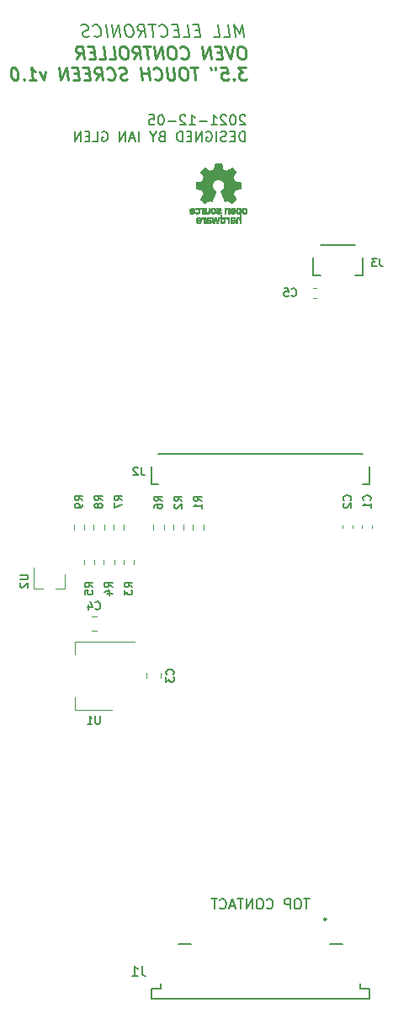
<source format=gbr>
%TF.GenerationSoftware,KiCad,Pcbnew,5.1.10*%
%TF.CreationDate,2021-12-05T17:02:08-05:00*%
%TF.ProjectId,display,64697370-6c61-4792-9e6b-696361645f70,v1.0*%
%TF.SameCoordinates,Original*%
%TF.FileFunction,Legend,Bot*%
%TF.FilePolarity,Positive*%
%FSLAX46Y46*%
G04 Gerber Fmt 4.6, Leading zero omitted, Abs format (unit mm)*
G04 Created by KiCad (PCBNEW 5.1.10) date 2021-12-05 17:02:08*
%MOMM*%
%LPD*%
G01*
G04 APERTURE LIST*
%ADD10C,0.150000*%
%ADD11C,0.250000*%
%ADD12C,0.010000*%
%ADD13C,0.120000*%
G04 APERTURE END LIST*
D10*
X218462023Y-93972619D02*
X218414404Y-93925000D01*
X218319166Y-93877380D01*
X218081071Y-93877380D01*
X217985833Y-93925000D01*
X217938214Y-93972619D01*
X217890595Y-94067857D01*
X217890595Y-94163095D01*
X217938214Y-94305952D01*
X218509642Y-94877380D01*
X217890595Y-94877380D01*
X217271547Y-93877380D02*
X217176309Y-93877380D01*
X217081071Y-93925000D01*
X217033452Y-93972619D01*
X216985833Y-94067857D01*
X216938214Y-94258333D01*
X216938214Y-94496428D01*
X216985833Y-94686904D01*
X217033452Y-94782142D01*
X217081071Y-94829761D01*
X217176309Y-94877380D01*
X217271547Y-94877380D01*
X217366785Y-94829761D01*
X217414404Y-94782142D01*
X217462023Y-94686904D01*
X217509642Y-94496428D01*
X217509642Y-94258333D01*
X217462023Y-94067857D01*
X217414404Y-93972619D01*
X217366785Y-93925000D01*
X217271547Y-93877380D01*
X216557261Y-93972619D02*
X216509642Y-93925000D01*
X216414404Y-93877380D01*
X216176309Y-93877380D01*
X216081071Y-93925000D01*
X216033452Y-93972619D01*
X215985833Y-94067857D01*
X215985833Y-94163095D01*
X216033452Y-94305952D01*
X216604880Y-94877380D01*
X215985833Y-94877380D01*
X215033452Y-94877380D02*
X215604880Y-94877380D01*
X215319166Y-94877380D02*
X215319166Y-93877380D01*
X215414404Y-94020238D01*
X215509642Y-94115476D01*
X215604880Y-94163095D01*
X214604880Y-94496428D02*
X213842976Y-94496428D01*
X212842976Y-94877380D02*
X213414404Y-94877380D01*
X213128690Y-94877380D02*
X213128690Y-93877380D01*
X213223928Y-94020238D01*
X213319166Y-94115476D01*
X213414404Y-94163095D01*
X212462023Y-93972619D02*
X212414404Y-93925000D01*
X212319166Y-93877380D01*
X212081071Y-93877380D01*
X211985833Y-93925000D01*
X211938214Y-93972619D01*
X211890595Y-94067857D01*
X211890595Y-94163095D01*
X211938214Y-94305952D01*
X212509642Y-94877380D01*
X211890595Y-94877380D01*
X211462023Y-94496428D02*
X210700119Y-94496428D01*
X210033452Y-93877380D02*
X209938214Y-93877380D01*
X209842976Y-93925000D01*
X209795357Y-93972619D01*
X209747738Y-94067857D01*
X209700119Y-94258333D01*
X209700119Y-94496428D01*
X209747738Y-94686904D01*
X209795357Y-94782142D01*
X209842976Y-94829761D01*
X209938214Y-94877380D01*
X210033452Y-94877380D01*
X210128690Y-94829761D01*
X210176309Y-94782142D01*
X210223928Y-94686904D01*
X210271547Y-94496428D01*
X210271547Y-94258333D01*
X210223928Y-94067857D01*
X210176309Y-93972619D01*
X210128690Y-93925000D01*
X210033452Y-93877380D01*
X208795357Y-93877380D02*
X209271547Y-93877380D01*
X209319166Y-94353571D01*
X209271547Y-94305952D01*
X209176309Y-94258333D01*
X208938214Y-94258333D01*
X208842976Y-94305952D01*
X208795357Y-94353571D01*
X208747738Y-94448809D01*
X208747738Y-94686904D01*
X208795357Y-94782142D01*
X208842976Y-94829761D01*
X208938214Y-94877380D01*
X209176309Y-94877380D01*
X209271547Y-94829761D01*
X209319166Y-94782142D01*
X218414404Y-96527380D02*
X218414404Y-95527380D01*
X218176309Y-95527380D01*
X218033452Y-95575000D01*
X217938214Y-95670238D01*
X217890595Y-95765476D01*
X217842976Y-95955952D01*
X217842976Y-96098809D01*
X217890595Y-96289285D01*
X217938214Y-96384523D01*
X218033452Y-96479761D01*
X218176309Y-96527380D01*
X218414404Y-96527380D01*
X217414404Y-96003571D02*
X217081071Y-96003571D01*
X216938214Y-96527380D02*
X217414404Y-96527380D01*
X217414404Y-95527380D01*
X216938214Y-95527380D01*
X216557261Y-96479761D02*
X216414404Y-96527380D01*
X216176309Y-96527380D01*
X216081071Y-96479761D01*
X216033452Y-96432142D01*
X215985833Y-96336904D01*
X215985833Y-96241666D01*
X216033452Y-96146428D01*
X216081071Y-96098809D01*
X216176309Y-96051190D01*
X216366785Y-96003571D01*
X216462023Y-95955952D01*
X216509642Y-95908333D01*
X216557261Y-95813095D01*
X216557261Y-95717857D01*
X216509642Y-95622619D01*
X216462023Y-95575000D01*
X216366785Y-95527380D01*
X216128690Y-95527380D01*
X215985833Y-95575000D01*
X215557261Y-96527380D02*
X215557261Y-95527380D01*
X214557261Y-95575000D02*
X214652500Y-95527380D01*
X214795357Y-95527380D01*
X214938214Y-95575000D01*
X215033452Y-95670238D01*
X215081071Y-95765476D01*
X215128690Y-95955952D01*
X215128690Y-96098809D01*
X215081071Y-96289285D01*
X215033452Y-96384523D01*
X214938214Y-96479761D01*
X214795357Y-96527380D01*
X214700119Y-96527380D01*
X214557261Y-96479761D01*
X214509642Y-96432142D01*
X214509642Y-96098809D01*
X214700119Y-96098809D01*
X214081071Y-96527380D02*
X214081071Y-95527380D01*
X213509642Y-96527380D01*
X213509642Y-95527380D01*
X213033452Y-96003571D02*
X212700119Y-96003571D01*
X212557261Y-96527380D02*
X213033452Y-96527380D01*
X213033452Y-95527380D01*
X212557261Y-95527380D01*
X212128690Y-96527380D02*
X212128690Y-95527380D01*
X211890595Y-95527380D01*
X211747738Y-95575000D01*
X211652500Y-95670238D01*
X211604880Y-95765476D01*
X211557261Y-95955952D01*
X211557261Y-96098809D01*
X211604880Y-96289285D01*
X211652500Y-96384523D01*
X211747738Y-96479761D01*
X211890595Y-96527380D01*
X212128690Y-96527380D01*
X210033452Y-96003571D02*
X209890595Y-96051190D01*
X209842976Y-96098809D01*
X209795357Y-96194047D01*
X209795357Y-96336904D01*
X209842976Y-96432142D01*
X209890595Y-96479761D01*
X209985833Y-96527380D01*
X210366785Y-96527380D01*
X210366785Y-95527380D01*
X210033452Y-95527380D01*
X209938214Y-95575000D01*
X209890595Y-95622619D01*
X209842976Y-95717857D01*
X209842976Y-95813095D01*
X209890595Y-95908333D01*
X209938214Y-95955952D01*
X210033452Y-96003571D01*
X210366785Y-96003571D01*
X209176309Y-96051190D02*
X209176309Y-96527380D01*
X209509642Y-95527380D02*
X209176309Y-96051190D01*
X208842976Y-95527380D01*
X207747738Y-96527380D02*
X207747738Y-95527380D01*
X207319166Y-96241666D02*
X206842976Y-96241666D01*
X207414404Y-96527380D02*
X207081071Y-95527380D01*
X206747738Y-96527380D01*
X206414404Y-96527380D02*
X206414404Y-95527380D01*
X205842976Y-96527380D01*
X205842976Y-95527380D01*
X204081071Y-95575000D02*
X204176309Y-95527380D01*
X204319166Y-95527380D01*
X204462023Y-95575000D01*
X204557261Y-95670238D01*
X204604880Y-95765476D01*
X204652500Y-95955952D01*
X204652500Y-96098809D01*
X204604880Y-96289285D01*
X204557261Y-96384523D01*
X204462023Y-96479761D01*
X204319166Y-96527380D01*
X204223928Y-96527380D01*
X204081071Y-96479761D01*
X204033452Y-96432142D01*
X204033452Y-96098809D01*
X204223928Y-96098809D01*
X203128690Y-96527380D02*
X203604880Y-96527380D01*
X203604880Y-95527380D01*
X202795357Y-96003571D02*
X202462023Y-96003571D01*
X202319166Y-96527380D02*
X202795357Y-96527380D01*
X202795357Y-95527380D01*
X202319166Y-95527380D01*
X201890595Y-96527380D02*
X201890595Y-95527380D01*
X201319166Y-96527380D01*
X201319166Y-95527380D01*
D11*
X218138095Y-87002976D02*
X217900000Y-87002976D01*
X217788392Y-87062500D01*
X217684226Y-87181547D01*
X217654464Y-87419642D01*
X217706547Y-87836309D01*
X217795833Y-88074404D01*
X217929761Y-88193452D01*
X218056250Y-88252976D01*
X218294345Y-88252976D01*
X218405952Y-88193452D01*
X218510119Y-88074404D01*
X218539880Y-87836309D01*
X218487797Y-87419642D01*
X218398511Y-87181547D01*
X218264583Y-87062500D01*
X218138095Y-87002976D01*
X217245238Y-87002976D02*
X216984821Y-88252976D01*
X216411904Y-87002976D01*
X216069642Y-87598214D02*
X215652976Y-87598214D01*
X215556250Y-88252976D02*
X216151488Y-88252976D01*
X215995238Y-87002976D01*
X215400000Y-87002976D01*
X215020535Y-88252976D02*
X214864285Y-87002976D01*
X214306250Y-88252976D01*
X214150000Y-87002976D01*
X212029464Y-88133928D02*
X212096428Y-88193452D01*
X212282440Y-88252976D01*
X212401488Y-88252976D01*
X212572619Y-88193452D01*
X212676785Y-88074404D01*
X212721428Y-87955357D01*
X212751190Y-87717261D01*
X212728869Y-87538690D01*
X212639583Y-87300595D01*
X212565178Y-87181547D01*
X212431250Y-87062500D01*
X212245238Y-87002976D01*
X212126190Y-87002976D01*
X211955059Y-87062500D01*
X211902976Y-87122023D01*
X211114285Y-87002976D02*
X210876190Y-87002976D01*
X210764583Y-87062500D01*
X210660416Y-87181547D01*
X210630654Y-87419642D01*
X210682738Y-87836309D01*
X210772023Y-88074404D01*
X210905952Y-88193452D01*
X211032440Y-88252976D01*
X211270535Y-88252976D01*
X211382142Y-88193452D01*
X211486309Y-88074404D01*
X211516071Y-87836309D01*
X211463988Y-87419642D01*
X211374702Y-87181547D01*
X211240773Y-87062500D01*
X211114285Y-87002976D01*
X210199107Y-88252976D02*
X210042857Y-87002976D01*
X209484821Y-88252976D01*
X209328571Y-87002976D01*
X208911904Y-87002976D02*
X208197619Y-87002976D01*
X208711011Y-88252976D02*
X208554761Y-87002976D01*
X207222916Y-88252976D02*
X207565178Y-87657738D01*
X207937202Y-88252976D02*
X207780952Y-87002976D01*
X207304761Y-87002976D01*
X207193154Y-87062500D01*
X207141071Y-87122023D01*
X207096428Y-87241071D01*
X207118750Y-87419642D01*
X207193154Y-87538690D01*
X207260119Y-87598214D01*
X207386607Y-87657738D01*
X207862797Y-87657738D01*
X206292857Y-87002976D02*
X206054761Y-87002976D01*
X205943154Y-87062500D01*
X205838988Y-87181547D01*
X205809226Y-87419642D01*
X205861309Y-87836309D01*
X205950595Y-88074404D01*
X206084523Y-88193452D01*
X206211011Y-88252976D01*
X206449107Y-88252976D01*
X206560714Y-88193452D01*
X206664880Y-88074404D01*
X206694642Y-87836309D01*
X206642559Y-87419642D01*
X206553273Y-87181547D01*
X206419345Y-87062500D01*
X206292857Y-87002976D01*
X204782440Y-88252976D02*
X205377678Y-88252976D01*
X205221428Y-87002976D01*
X203770535Y-88252976D02*
X204365773Y-88252976D01*
X204209523Y-87002976D01*
X203272023Y-87598214D02*
X202855357Y-87598214D01*
X202758630Y-88252976D02*
X203353869Y-88252976D01*
X203197619Y-87002976D01*
X202602380Y-87002976D01*
X201508630Y-88252976D02*
X201850892Y-87657738D01*
X202222916Y-88252976D02*
X202066666Y-87002976D01*
X201590476Y-87002976D01*
X201478869Y-87062500D01*
X201426785Y-87122023D01*
X201382142Y-87241071D01*
X201404464Y-87419642D01*
X201478869Y-87538690D01*
X201545833Y-87598214D01*
X201672321Y-87657738D01*
X202148511Y-87657738D01*
X218495238Y-89127976D02*
X217721428Y-89127976D01*
X218197619Y-89604166D01*
X218019047Y-89604166D01*
X217907440Y-89663690D01*
X217855357Y-89723214D01*
X217810714Y-89842261D01*
X217847916Y-90139880D01*
X217922321Y-90258928D01*
X217989285Y-90318452D01*
X218115773Y-90377976D01*
X218472916Y-90377976D01*
X218584523Y-90318452D01*
X218636607Y-90258928D01*
X217327083Y-90258928D02*
X217275000Y-90318452D01*
X217341964Y-90377976D01*
X217394047Y-90318452D01*
X217327083Y-90258928D01*
X217341964Y-90377976D01*
X215995238Y-89127976D02*
X216590476Y-89127976D01*
X216724404Y-89723214D01*
X216657440Y-89663690D01*
X216530952Y-89604166D01*
X216233333Y-89604166D01*
X216121726Y-89663690D01*
X216069642Y-89723214D01*
X216025000Y-89842261D01*
X216062202Y-90139880D01*
X216136607Y-90258928D01*
X216203571Y-90318452D01*
X216330059Y-90377976D01*
X216627678Y-90377976D01*
X216739285Y-90318452D01*
X216791369Y-90258928D01*
X215459523Y-89127976D02*
X215489285Y-89366071D01*
X214983333Y-89127976D02*
X215013095Y-89366071D01*
X213673809Y-89127976D02*
X212959523Y-89127976D01*
X213472916Y-90377976D02*
X213316666Y-89127976D01*
X212304761Y-89127976D02*
X212066666Y-89127976D01*
X211955059Y-89187500D01*
X211850892Y-89306547D01*
X211821130Y-89544642D01*
X211873214Y-89961309D01*
X211962500Y-90199404D01*
X212096428Y-90318452D01*
X212222916Y-90377976D01*
X212461011Y-90377976D01*
X212572619Y-90318452D01*
X212676785Y-90199404D01*
X212706547Y-89961309D01*
X212654464Y-89544642D01*
X212565178Y-89306547D01*
X212431250Y-89187500D01*
X212304761Y-89127976D01*
X211233333Y-89127976D02*
X211359821Y-90139880D01*
X211315178Y-90258928D01*
X211263095Y-90318452D01*
X211151488Y-90377976D01*
X210913392Y-90377976D01*
X210786904Y-90318452D01*
X210719940Y-90258928D01*
X210645535Y-90139880D01*
X210519047Y-89127976D01*
X209350892Y-90258928D02*
X209417857Y-90318452D01*
X209603869Y-90377976D01*
X209722916Y-90377976D01*
X209894047Y-90318452D01*
X209998214Y-90199404D01*
X210042857Y-90080357D01*
X210072619Y-89842261D01*
X210050297Y-89663690D01*
X209961011Y-89425595D01*
X209886607Y-89306547D01*
X209752678Y-89187500D01*
X209566666Y-89127976D01*
X209447619Y-89127976D01*
X209276488Y-89187500D01*
X209224404Y-89247023D01*
X208830059Y-90377976D02*
X208673809Y-89127976D01*
X208748214Y-89723214D02*
X208033928Y-89723214D01*
X208115773Y-90377976D02*
X207959523Y-89127976D01*
X206620238Y-90318452D02*
X206449107Y-90377976D01*
X206151488Y-90377976D01*
X206025000Y-90318452D01*
X205958035Y-90258928D01*
X205883630Y-90139880D01*
X205868750Y-90020833D01*
X205913392Y-89901785D01*
X205965476Y-89842261D01*
X206077083Y-89782738D01*
X206307738Y-89723214D01*
X206419345Y-89663690D01*
X206471428Y-89604166D01*
X206516071Y-89485119D01*
X206501190Y-89366071D01*
X206426785Y-89247023D01*
X206359821Y-89187500D01*
X206233333Y-89127976D01*
X205935714Y-89127976D01*
X205764583Y-89187500D01*
X204648511Y-90258928D02*
X204715476Y-90318452D01*
X204901488Y-90377976D01*
X205020535Y-90377976D01*
X205191666Y-90318452D01*
X205295833Y-90199404D01*
X205340476Y-90080357D01*
X205370238Y-89842261D01*
X205347916Y-89663690D01*
X205258630Y-89425595D01*
X205184226Y-89306547D01*
X205050297Y-89187500D01*
X204864285Y-89127976D01*
X204745238Y-89127976D01*
X204574107Y-89187500D01*
X204522023Y-89247023D01*
X203413392Y-90377976D02*
X203755654Y-89782738D01*
X204127678Y-90377976D02*
X203971428Y-89127976D01*
X203495238Y-89127976D01*
X203383630Y-89187500D01*
X203331547Y-89247023D01*
X203286904Y-89366071D01*
X203309226Y-89544642D01*
X203383630Y-89663690D01*
X203450595Y-89723214D01*
X203577083Y-89782738D01*
X204053273Y-89782738D01*
X202795833Y-89723214D02*
X202379166Y-89723214D01*
X202282440Y-90377976D02*
X202877678Y-90377976D01*
X202721428Y-89127976D01*
X202126190Y-89127976D01*
X201664880Y-89723214D02*
X201248214Y-89723214D01*
X201151488Y-90377976D02*
X201746726Y-90377976D01*
X201590476Y-89127976D01*
X200995238Y-89127976D01*
X200615773Y-90377976D02*
X200459523Y-89127976D01*
X199901488Y-90377976D01*
X199745238Y-89127976D01*
X198368750Y-89544642D02*
X198175297Y-90377976D01*
X197773511Y-89544642D01*
X196746726Y-90377976D02*
X197461011Y-90377976D01*
X197103869Y-90377976D02*
X196947619Y-89127976D01*
X197088988Y-89306547D01*
X197222916Y-89425595D01*
X197349404Y-89485119D01*
X196196130Y-90258928D02*
X196144047Y-90318452D01*
X196211011Y-90377976D01*
X196263095Y-90318452D01*
X196196130Y-90258928D01*
X196211011Y-90377976D01*
X195221428Y-89127976D02*
X195102380Y-89127976D01*
X194990773Y-89187500D01*
X194938690Y-89247023D01*
X194894047Y-89366071D01*
X194864285Y-89604166D01*
X194901488Y-89901785D01*
X194990773Y-90139880D01*
X195065178Y-90258928D01*
X195132142Y-90318452D01*
X195258630Y-90377976D01*
X195377678Y-90377976D01*
X195489285Y-90318452D01*
X195541369Y-90258928D01*
X195586011Y-90139880D01*
X195615773Y-89901785D01*
X195578571Y-89604166D01*
X195489285Y-89366071D01*
X195414880Y-89247023D01*
X195347916Y-89187500D01*
X195221428Y-89127976D01*
D10*
X224928571Y-172702380D02*
X224357142Y-172702380D01*
X224642857Y-173702380D02*
X224642857Y-172702380D01*
X223833333Y-172702380D02*
X223642857Y-172702380D01*
X223547619Y-172750000D01*
X223452380Y-172845238D01*
X223404761Y-173035714D01*
X223404761Y-173369047D01*
X223452380Y-173559523D01*
X223547619Y-173654761D01*
X223642857Y-173702380D01*
X223833333Y-173702380D01*
X223928571Y-173654761D01*
X224023809Y-173559523D01*
X224071428Y-173369047D01*
X224071428Y-173035714D01*
X224023809Y-172845238D01*
X223928571Y-172750000D01*
X223833333Y-172702380D01*
X222976190Y-173702380D02*
X222976190Y-172702380D01*
X222595238Y-172702380D01*
X222500000Y-172750000D01*
X222452380Y-172797619D01*
X222404761Y-172892857D01*
X222404761Y-173035714D01*
X222452380Y-173130952D01*
X222500000Y-173178571D01*
X222595238Y-173226190D01*
X222976190Y-173226190D01*
X220642857Y-173607142D02*
X220690476Y-173654761D01*
X220833333Y-173702380D01*
X220928571Y-173702380D01*
X221071428Y-173654761D01*
X221166666Y-173559523D01*
X221214285Y-173464285D01*
X221261904Y-173273809D01*
X221261904Y-173130952D01*
X221214285Y-172940476D01*
X221166666Y-172845238D01*
X221071428Y-172750000D01*
X220928571Y-172702380D01*
X220833333Y-172702380D01*
X220690476Y-172750000D01*
X220642857Y-172797619D01*
X220023809Y-172702380D02*
X219833333Y-172702380D01*
X219738095Y-172750000D01*
X219642857Y-172845238D01*
X219595238Y-173035714D01*
X219595238Y-173369047D01*
X219642857Y-173559523D01*
X219738095Y-173654761D01*
X219833333Y-173702380D01*
X220023809Y-173702380D01*
X220119047Y-173654761D01*
X220214285Y-173559523D01*
X220261904Y-173369047D01*
X220261904Y-173035714D01*
X220214285Y-172845238D01*
X220119047Y-172750000D01*
X220023809Y-172702380D01*
X219166666Y-173702380D02*
X219166666Y-172702380D01*
X218595238Y-173702380D01*
X218595238Y-172702380D01*
X218261904Y-172702380D02*
X217690476Y-172702380D01*
X217976190Y-173702380D02*
X217976190Y-172702380D01*
X217404761Y-173416666D02*
X216928571Y-173416666D01*
X217500000Y-173702380D02*
X217166666Y-172702380D01*
X216833333Y-173702380D01*
X215928571Y-173607142D02*
X215976190Y-173654761D01*
X216119047Y-173702380D01*
X216214285Y-173702380D01*
X216357142Y-173654761D01*
X216452380Y-173559523D01*
X216500000Y-173464285D01*
X216547619Y-173273809D01*
X216547619Y-173130952D01*
X216500000Y-172940476D01*
X216452380Y-172845238D01*
X216357142Y-172750000D01*
X216214285Y-172702380D01*
X216119047Y-172702380D01*
X215976190Y-172750000D01*
X215928571Y-172797619D01*
X215642857Y-172702380D02*
X215071428Y-172702380D01*
X215357142Y-173702380D02*
X215357142Y-172702380D01*
X218347440Y-86065476D02*
X218191190Y-84815476D01*
X217886130Y-85708333D01*
X217357857Y-84815476D01*
X217514107Y-86065476D01*
X216323630Y-86065476D02*
X216918869Y-86065476D01*
X216762619Y-84815476D01*
X215311726Y-86065476D02*
X215906964Y-86065476D01*
X215750714Y-84815476D01*
X213860833Y-85410714D02*
X213444166Y-85410714D01*
X213347440Y-86065476D02*
X213942678Y-86065476D01*
X213786428Y-84815476D01*
X213191190Y-84815476D01*
X212216488Y-86065476D02*
X212811726Y-86065476D01*
X212655476Y-84815476D01*
X211717976Y-85410714D02*
X211301309Y-85410714D01*
X211204583Y-86065476D02*
X211799821Y-86065476D01*
X211643571Y-84815476D01*
X211048333Y-84815476D01*
X209939702Y-85946428D02*
X210006666Y-86005952D01*
X210192678Y-86065476D01*
X210311726Y-86065476D01*
X210482857Y-86005952D01*
X210587023Y-85886904D01*
X210631666Y-85767857D01*
X210661428Y-85529761D01*
X210639107Y-85351190D01*
X210549821Y-85113095D01*
X210475416Y-84994047D01*
X210341488Y-84875000D01*
X210155476Y-84815476D01*
X210036428Y-84815476D01*
X209865297Y-84875000D01*
X209813214Y-84934523D01*
X209441190Y-84815476D02*
X208726904Y-84815476D01*
X209240297Y-86065476D02*
X209084047Y-84815476D01*
X207752202Y-86065476D02*
X208094464Y-85470238D01*
X208466488Y-86065476D02*
X208310238Y-84815476D01*
X207834047Y-84815476D01*
X207722440Y-84875000D01*
X207670357Y-84934523D01*
X207625714Y-85053571D01*
X207648035Y-85232142D01*
X207722440Y-85351190D01*
X207789404Y-85410714D01*
X207915892Y-85470238D01*
X208392083Y-85470238D01*
X206822142Y-84815476D02*
X206584047Y-84815476D01*
X206472440Y-84875000D01*
X206368273Y-84994047D01*
X206338511Y-85232142D01*
X206390595Y-85648809D01*
X206479880Y-85886904D01*
X206613809Y-86005952D01*
X206740297Y-86065476D01*
X206978392Y-86065476D01*
X207090000Y-86005952D01*
X207194166Y-85886904D01*
X207223928Y-85648809D01*
X207171845Y-85232142D01*
X207082559Y-84994047D01*
X206948630Y-84875000D01*
X206822142Y-84815476D01*
X205906964Y-86065476D02*
X205750714Y-84815476D01*
X205192678Y-86065476D01*
X205036428Y-84815476D01*
X204597440Y-86065476D02*
X204441190Y-84815476D01*
X203273035Y-85946428D02*
X203340000Y-86005952D01*
X203526011Y-86065476D01*
X203645059Y-86065476D01*
X203816190Y-86005952D01*
X203920357Y-85886904D01*
X203965000Y-85767857D01*
X203994761Y-85529761D01*
X203972440Y-85351190D01*
X203883154Y-85113095D01*
X203808750Y-84994047D01*
X203674821Y-84875000D01*
X203488809Y-84815476D01*
X203369761Y-84815476D01*
X203198630Y-84875000D01*
X203146547Y-84934523D01*
X202804285Y-86005952D02*
X202633154Y-86065476D01*
X202335535Y-86065476D01*
X202209047Y-86005952D01*
X202142083Y-85946428D01*
X202067678Y-85827380D01*
X202052797Y-85708333D01*
X202097440Y-85589285D01*
X202149523Y-85529761D01*
X202261130Y-85470238D01*
X202491785Y-85410714D01*
X202603392Y-85351190D01*
X202655476Y-85291666D01*
X202700119Y-85172619D01*
X202685238Y-85053571D01*
X202610833Y-84934523D01*
X202543869Y-84875000D01*
X202417380Y-84815476D01*
X202119761Y-84815476D01*
X201948630Y-84875000D01*
D12*
%TO.C,REF\u002A\u002A*%
G36*
X217658759Y-103219184D02*
G01*
X217632247Y-103232282D01*
X217599553Y-103255106D01*
X217575725Y-103279996D01*
X217559406Y-103311249D01*
X217549240Y-103353166D01*
X217543872Y-103410044D01*
X217541944Y-103486184D01*
X217541831Y-103518917D01*
X217542161Y-103590656D01*
X217543527Y-103641927D01*
X217546500Y-103677404D01*
X217551649Y-103701763D01*
X217559543Y-103719680D01*
X217567757Y-103731902D01*
X217620187Y-103783905D01*
X217681930Y-103815184D01*
X217748536Y-103824592D01*
X217815558Y-103810980D01*
X217836792Y-103801354D01*
X217887624Y-103774859D01*
X217887624Y-104190052D01*
X217850525Y-104170868D01*
X217801643Y-104156025D01*
X217741561Y-104152222D01*
X217681564Y-104159243D01*
X217636256Y-104175013D01*
X217598675Y-104205047D01*
X217566564Y-104248024D01*
X217564150Y-104252436D01*
X217553967Y-104273221D01*
X217546530Y-104294170D01*
X217541411Y-104319548D01*
X217538181Y-104353618D01*
X217536413Y-104400641D01*
X217535677Y-104464882D01*
X217535544Y-104537176D01*
X217535544Y-104767822D01*
X217673861Y-104767822D01*
X217673861Y-104342533D01*
X217712549Y-104309979D01*
X217752738Y-104283940D01*
X217790797Y-104279205D01*
X217829066Y-104291389D01*
X217849462Y-104303320D01*
X217864642Y-104320313D01*
X217875438Y-104345995D01*
X217882683Y-104383991D01*
X217887208Y-104437926D01*
X217889844Y-104511425D01*
X217890772Y-104560347D01*
X217893911Y-104761535D01*
X217959926Y-104765336D01*
X218025940Y-104769136D01*
X218025940Y-103520650D01*
X217887624Y-103520650D01*
X217884097Y-103590254D01*
X217872215Y-103638569D01*
X217850020Y-103668631D01*
X217815559Y-103683471D01*
X217780742Y-103686436D01*
X217741329Y-103683028D01*
X217715171Y-103669617D01*
X217698814Y-103651896D01*
X217685937Y-103632835D01*
X217678272Y-103611601D01*
X217674861Y-103581849D01*
X217674749Y-103537236D01*
X217675897Y-103499880D01*
X217678532Y-103443604D01*
X217682456Y-103406658D01*
X217689063Y-103383223D01*
X217699749Y-103367480D01*
X217709833Y-103358380D01*
X217751970Y-103338537D01*
X217801840Y-103335332D01*
X217830476Y-103342168D01*
X217858828Y-103366464D01*
X217877609Y-103413728D01*
X217886712Y-103483624D01*
X217887624Y-103520650D01*
X218025940Y-103520650D01*
X218025940Y-103208614D01*
X217956782Y-103208614D01*
X217915260Y-103210256D01*
X217893838Y-103216087D01*
X217887626Y-103227461D01*
X217887624Y-103227798D01*
X217884742Y-103238938D01*
X217872030Y-103237673D01*
X217846757Y-103225433D01*
X217787869Y-103206707D01*
X217721615Y-103204739D01*
X217658759Y-103219184D01*
G37*
X217658759Y-103219184D02*
X217632247Y-103232282D01*
X217599553Y-103255106D01*
X217575725Y-103279996D01*
X217559406Y-103311249D01*
X217549240Y-103353166D01*
X217543872Y-103410044D01*
X217541944Y-103486184D01*
X217541831Y-103518917D01*
X217542161Y-103590656D01*
X217543527Y-103641927D01*
X217546500Y-103677404D01*
X217551649Y-103701763D01*
X217559543Y-103719680D01*
X217567757Y-103731902D01*
X217620187Y-103783905D01*
X217681930Y-103815184D01*
X217748536Y-103824592D01*
X217815558Y-103810980D01*
X217836792Y-103801354D01*
X217887624Y-103774859D01*
X217887624Y-104190052D01*
X217850525Y-104170868D01*
X217801643Y-104156025D01*
X217741561Y-104152222D01*
X217681564Y-104159243D01*
X217636256Y-104175013D01*
X217598675Y-104205047D01*
X217566564Y-104248024D01*
X217564150Y-104252436D01*
X217553967Y-104273221D01*
X217546530Y-104294170D01*
X217541411Y-104319548D01*
X217538181Y-104353618D01*
X217536413Y-104400641D01*
X217535677Y-104464882D01*
X217535544Y-104537176D01*
X217535544Y-104767822D01*
X217673861Y-104767822D01*
X217673861Y-104342533D01*
X217712549Y-104309979D01*
X217752738Y-104283940D01*
X217790797Y-104279205D01*
X217829066Y-104291389D01*
X217849462Y-104303320D01*
X217864642Y-104320313D01*
X217875438Y-104345995D01*
X217882683Y-104383991D01*
X217887208Y-104437926D01*
X217889844Y-104511425D01*
X217890772Y-104560347D01*
X217893911Y-104761535D01*
X217959926Y-104765336D01*
X218025940Y-104769136D01*
X218025940Y-103520650D01*
X217887624Y-103520650D01*
X217884097Y-103590254D01*
X217872215Y-103638569D01*
X217850020Y-103668631D01*
X217815559Y-103683471D01*
X217780742Y-103686436D01*
X217741329Y-103683028D01*
X217715171Y-103669617D01*
X217698814Y-103651896D01*
X217685937Y-103632835D01*
X217678272Y-103611601D01*
X217674861Y-103581849D01*
X217674749Y-103537236D01*
X217675897Y-103499880D01*
X217678532Y-103443604D01*
X217682456Y-103406658D01*
X217689063Y-103383223D01*
X217699749Y-103367480D01*
X217709833Y-103358380D01*
X217751970Y-103338537D01*
X217801840Y-103335332D01*
X217830476Y-103342168D01*
X217858828Y-103366464D01*
X217877609Y-103413728D01*
X217886712Y-103483624D01*
X217887624Y-103520650D01*
X218025940Y-103520650D01*
X218025940Y-103208614D01*
X217956782Y-103208614D01*
X217915260Y-103210256D01*
X217893838Y-103216087D01*
X217887626Y-103227461D01*
X217887624Y-103227798D01*
X217884742Y-103238938D01*
X217872030Y-103237673D01*
X217846757Y-103225433D01*
X217787869Y-103206707D01*
X217721615Y-103204739D01*
X217658759Y-103219184D01*
G36*
X217134210Y-104156555D02*
G01*
X217075055Y-104172339D01*
X217030023Y-104200948D01*
X216998246Y-104238419D01*
X216988366Y-104254411D01*
X216981073Y-104271163D01*
X216975974Y-104292592D01*
X216972679Y-104322616D01*
X216970797Y-104365154D01*
X216969937Y-104424122D01*
X216969707Y-104503440D01*
X216969703Y-104524484D01*
X216969703Y-104767822D01*
X217030059Y-104767822D01*
X217068557Y-104765126D01*
X217097023Y-104758295D01*
X217104155Y-104754083D01*
X217123652Y-104746813D01*
X217143566Y-104754083D01*
X217176353Y-104763160D01*
X217223978Y-104766813D01*
X217276764Y-104765228D01*
X217325036Y-104758589D01*
X217353218Y-104750072D01*
X217407753Y-104715063D01*
X217441835Y-104666479D01*
X217457157Y-104601882D01*
X217457299Y-104600223D01*
X217455955Y-104571566D01*
X217334356Y-104571566D01*
X217323726Y-104604161D01*
X217306410Y-104622505D01*
X217271652Y-104636379D01*
X217225773Y-104641917D01*
X217178988Y-104639191D01*
X217141514Y-104628274D01*
X217131015Y-104621269D01*
X217112668Y-104588904D01*
X217108020Y-104552111D01*
X217108020Y-104503763D01*
X217177582Y-104503763D01*
X217243667Y-104508850D01*
X217293764Y-104523263D01*
X217324929Y-104545729D01*
X217334356Y-104571566D01*
X217455955Y-104571566D01*
X217453987Y-104529647D01*
X217430710Y-104473845D01*
X217386948Y-104431647D01*
X217380899Y-104427808D01*
X217354907Y-104415309D01*
X217322735Y-104407740D01*
X217277760Y-104404061D01*
X217224331Y-104403216D01*
X217108020Y-104403169D01*
X217108020Y-104354411D01*
X217112953Y-104316581D01*
X217125543Y-104291236D01*
X217127017Y-104289887D01*
X217155034Y-104278800D01*
X217197326Y-104274503D01*
X217244064Y-104276615D01*
X217285418Y-104284756D01*
X217309957Y-104296965D01*
X217323253Y-104306746D01*
X217337294Y-104308613D01*
X217356671Y-104300600D01*
X217385976Y-104280739D01*
X217429803Y-104247063D01*
X217433825Y-104243909D01*
X217431764Y-104232236D01*
X217414568Y-104212822D01*
X217388433Y-104191248D01*
X217359552Y-104173096D01*
X217350478Y-104168809D01*
X217317380Y-104160256D01*
X217268880Y-104154155D01*
X217214695Y-104151708D01*
X217212161Y-104151703D01*
X217134210Y-104156555D01*
G37*
X217134210Y-104156555D02*
X217075055Y-104172339D01*
X217030023Y-104200948D01*
X216998246Y-104238419D01*
X216988366Y-104254411D01*
X216981073Y-104271163D01*
X216975974Y-104292592D01*
X216972679Y-104322616D01*
X216970797Y-104365154D01*
X216969937Y-104424122D01*
X216969707Y-104503440D01*
X216969703Y-104524484D01*
X216969703Y-104767822D01*
X217030059Y-104767822D01*
X217068557Y-104765126D01*
X217097023Y-104758295D01*
X217104155Y-104754083D01*
X217123652Y-104746813D01*
X217143566Y-104754083D01*
X217176353Y-104763160D01*
X217223978Y-104766813D01*
X217276764Y-104765228D01*
X217325036Y-104758589D01*
X217353218Y-104750072D01*
X217407753Y-104715063D01*
X217441835Y-104666479D01*
X217457157Y-104601882D01*
X217457299Y-104600223D01*
X217455955Y-104571566D01*
X217334356Y-104571566D01*
X217323726Y-104604161D01*
X217306410Y-104622505D01*
X217271652Y-104636379D01*
X217225773Y-104641917D01*
X217178988Y-104639191D01*
X217141514Y-104628274D01*
X217131015Y-104621269D01*
X217112668Y-104588904D01*
X217108020Y-104552111D01*
X217108020Y-104503763D01*
X217177582Y-104503763D01*
X217243667Y-104508850D01*
X217293764Y-104523263D01*
X217324929Y-104545729D01*
X217334356Y-104571566D01*
X217455955Y-104571566D01*
X217453987Y-104529647D01*
X217430710Y-104473845D01*
X217386948Y-104431647D01*
X217380899Y-104427808D01*
X217354907Y-104415309D01*
X217322735Y-104407740D01*
X217277760Y-104404061D01*
X217224331Y-104403216D01*
X217108020Y-104403169D01*
X217108020Y-104354411D01*
X217112953Y-104316581D01*
X217125543Y-104291236D01*
X217127017Y-104289887D01*
X217155034Y-104278800D01*
X217197326Y-104274503D01*
X217244064Y-104276615D01*
X217285418Y-104284756D01*
X217309957Y-104296965D01*
X217323253Y-104306746D01*
X217337294Y-104308613D01*
X217356671Y-104300600D01*
X217385976Y-104280739D01*
X217429803Y-104247063D01*
X217433825Y-104243909D01*
X217431764Y-104232236D01*
X217414568Y-104212822D01*
X217388433Y-104191248D01*
X217359552Y-104173096D01*
X217350478Y-104168809D01*
X217317380Y-104160256D01*
X217268880Y-104154155D01*
X217214695Y-104151708D01*
X217212161Y-104151703D01*
X217134210Y-104156555D01*
G36*
X216743356Y-104153020D02*
G01*
X216724539Y-104158660D01*
X216718473Y-104171053D01*
X216718218Y-104176647D01*
X216717129Y-104192230D01*
X216709632Y-104194676D01*
X216689381Y-104183993D01*
X216677351Y-104176694D01*
X216639400Y-104161063D01*
X216594072Y-104153334D01*
X216546544Y-104152740D01*
X216501995Y-104158513D01*
X216465602Y-104169884D01*
X216442543Y-104186088D01*
X216437996Y-104206355D01*
X216440291Y-104211843D01*
X216457020Y-104234626D01*
X216482963Y-104262647D01*
X216487655Y-104267177D01*
X216512383Y-104288005D01*
X216533718Y-104294735D01*
X216563555Y-104290038D01*
X216575508Y-104286917D01*
X216612705Y-104279421D01*
X216638859Y-104282792D01*
X216660946Y-104294681D01*
X216681178Y-104310635D01*
X216696079Y-104330700D01*
X216706434Y-104358702D01*
X216713029Y-104398467D01*
X216716649Y-104453823D01*
X216718078Y-104528594D01*
X216718218Y-104573740D01*
X216718218Y-104767822D01*
X216843960Y-104767822D01*
X216843960Y-104151683D01*
X216781089Y-104151683D01*
X216743356Y-104153020D01*
G37*
X216743356Y-104153020D02*
X216724539Y-104158660D01*
X216718473Y-104171053D01*
X216718218Y-104176647D01*
X216717129Y-104192230D01*
X216709632Y-104194676D01*
X216689381Y-104183993D01*
X216677351Y-104176694D01*
X216639400Y-104161063D01*
X216594072Y-104153334D01*
X216546544Y-104152740D01*
X216501995Y-104158513D01*
X216465602Y-104169884D01*
X216442543Y-104186088D01*
X216437996Y-104206355D01*
X216440291Y-104211843D01*
X216457020Y-104234626D01*
X216482963Y-104262647D01*
X216487655Y-104267177D01*
X216512383Y-104288005D01*
X216533718Y-104294735D01*
X216563555Y-104290038D01*
X216575508Y-104286917D01*
X216612705Y-104279421D01*
X216638859Y-104282792D01*
X216660946Y-104294681D01*
X216681178Y-104310635D01*
X216696079Y-104330700D01*
X216706434Y-104358702D01*
X216713029Y-104398467D01*
X216716649Y-104453823D01*
X216718078Y-104528594D01*
X216718218Y-104573740D01*
X216718218Y-104767822D01*
X216843960Y-104767822D01*
X216843960Y-104151683D01*
X216781089Y-104151683D01*
X216743356Y-104153020D01*
G36*
X215951188Y-104767822D02*
G01*
X216020346Y-104767822D01*
X216060488Y-104766645D01*
X216081394Y-104761772D01*
X216088922Y-104751186D01*
X216089505Y-104744029D01*
X216090774Y-104729676D01*
X216098779Y-104726923D01*
X216119815Y-104735771D01*
X216136173Y-104744029D01*
X216198977Y-104763597D01*
X216267248Y-104764729D01*
X216322752Y-104750135D01*
X216374438Y-104714877D01*
X216413838Y-104662835D01*
X216435413Y-104601450D01*
X216435962Y-104598018D01*
X216439167Y-104560571D01*
X216440761Y-104506813D01*
X216440633Y-104466155D01*
X216303279Y-104466155D01*
X216300097Y-104520194D01*
X216292859Y-104564735D01*
X216283060Y-104589888D01*
X216245989Y-104624260D01*
X216201974Y-104636582D01*
X216156584Y-104626618D01*
X216117797Y-104596895D01*
X216103108Y-104576905D01*
X216094519Y-104553050D01*
X216090496Y-104518230D01*
X216089505Y-104465930D01*
X216091278Y-104414139D01*
X216095963Y-104368634D01*
X216102603Y-104338181D01*
X216103710Y-104335452D01*
X216130491Y-104303000D01*
X216169579Y-104285183D01*
X216213315Y-104282306D01*
X216254038Y-104294674D01*
X216284087Y-104322593D01*
X216287204Y-104328148D01*
X216296961Y-104362022D01*
X216302277Y-104410728D01*
X216303279Y-104466155D01*
X216440633Y-104466155D01*
X216440568Y-104445540D01*
X216439664Y-104412563D01*
X216433514Y-104330981D01*
X216420733Y-104269730D01*
X216399471Y-104224449D01*
X216367878Y-104190779D01*
X216337207Y-104171014D01*
X216294354Y-104157120D01*
X216241056Y-104152354D01*
X216186480Y-104156236D01*
X216139792Y-104168282D01*
X216115124Y-104182693D01*
X216089505Y-104205878D01*
X216089505Y-103912773D01*
X215951188Y-103912773D01*
X215951188Y-104767822D01*
G37*
X215951188Y-104767822D02*
X216020346Y-104767822D01*
X216060488Y-104766645D01*
X216081394Y-104761772D01*
X216088922Y-104751186D01*
X216089505Y-104744029D01*
X216090774Y-104729676D01*
X216098779Y-104726923D01*
X216119815Y-104735771D01*
X216136173Y-104744029D01*
X216198977Y-104763597D01*
X216267248Y-104764729D01*
X216322752Y-104750135D01*
X216374438Y-104714877D01*
X216413838Y-104662835D01*
X216435413Y-104601450D01*
X216435962Y-104598018D01*
X216439167Y-104560571D01*
X216440761Y-104506813D01*
X216440633Y-104466155D01*
X216303279Y-104466155D01*
X216300097Y-104520194D01*
X216292859Y-104564735D01*
X216283060Y-104589888D01*
X216245989Y-104624260D01*
X216201974Y-104636582D01*
X216156584Y-104626618D01*
X216117797Y-104596895D01*
X216103108Y-104576905D01*
X216094519Y-104553050D01*
X216090496Y-104518230D01*
X216089505Y-104465930D01*
X216091278Y-104414139D01*
X216095963Y-104368634D01*
X216102603Y-104338181D01*
X216103710Y-104335452D01*
X216130491Y-104303000D01*
X216169579Y-104285183D01*
X216213315Y-104282306D01*
X216254038Y-104294674D01*
X216284087Y-104322593D01*
X216287204Y-104328148D01*
X216296961Y-104362022D01*
X216302277Y-104410728D01*
X216303279Y-104466155D01*
X216440633Y-104466155D01*
X216440568Y-104445540D01*
X216439664Y-104412563D01*
X216433514Y-104330981D01*
X216420733Y-104269730D01*
X216399471Y-104224449D01*
X216367878Y-104190779D01*
X216337207Y-104171014D01*
X216294354Y-104157120D01*
X216241056Y-104152354D01*
X216186480Y-104156236D01*
X216139792Y-104168282D01*
X216115124Y-104182693D01*
X216089505Y-104205878D01*
X216089505Y-103912773D01*
X215951188Y-103912773D01*
X215951188Y-104767822D01*
G36*
X215468476Y-104154237D02*
G01*
X215418745Y-104157971D01*
X215288709Y-104547773D01*
X215268322Y-104478614D01*
X215256054Y-104435874D01*
X215239915Y-104378115D01*
X215222488Y-104314625D01*
X215213274Y-104280570D01*
X215178612Y-104151683D01*
X215035609Y-104151683D01*
X215078354Y-104286857D01*
X215099404Y-104353342D01*
X215124833Y-104433539D01*
X215151390Y-104517193D01*
X215175098Y-104591782D01*
X215229098Y-104761535D01*
X215287402Y-104765328D01*
X215345705Y-104769122D01*
X215377321Y-104664734D01*
X215396818Y-104599889D01*
X215418096Y-104528400D01*
X215436692Y-104465263D01*
X215437426Y-104462750D01*
X215451316Y-104419969D01*
X215463571Y-104390779D01*
X215472154Y-104379741D01*
X215473918Y-104381018D01*
X215480109Y-104398130D01*
X215491872Y-104434787D01*
X215507775Y-104486378D01*
X215526386Y-104548294D01*
X215536457Y-104582352D01*
X215590993Y-104767822D01*
X215706736Y-104767822D01*
X215799263Y-104475471D01*
X215825256Y-104393462D01*
X215848934Y-104318987D01*
X215869180Y-104255544D01*
X215884874Y-104206632D01*
X215894898Y-104175749D01*
X215897945Y-104166726D01*
X215895533Y-104157487D01*
X215876592Y-104153441D01*
X215837177Y-104153846D01*
X215831007Y-104154152D01*
X215757914Y-104157971D01*
X215710043Y-104334010D01*
X215692447Y-104398211D01*
X215676723Y-104454649D01*
X215664254Y-104498422D01*
X215656426Y-104524630D01*
X215654980Y-104528903D01*
X215648986Y-104523990D01*
X215636899Y-104498532D01*
X215620107Y-104455997D01*
X215599997Y-104399850D01*
X215582997Y-104349130D01*
X215518206Y-104150504D01*
X215468476Y-104154237D01*
G37*
X215468476Y-104154237D02*
X215418745Y-104157971D01*
X215288709Y-104547773D01*
X215268322Y-104478614D01*
X215256054Y-104435874D01*
X215239915Y-104378115D01*
X215222488Y-104314625D01*
X215213274Y-104280570D01*
X215178612Y-104151683D01*
X215035609Y-104151683D01*
X215078354Y-104286857D01*
X215099404Y-104353342D01*
X215124833Y-104433539D01*
X215151390Y-104517193D01*
X215175098Y-104591782D01*
X215229098Y-104761535D01*
X215287402Y-104765328D01*
X215345705Y-104769122D01*
X215377321Y-104664734D01*
X215396818Y-104599889D01*
X215418096Y-104528400D01*
X215436692Y-104465263D01*
X215437426Y-104462750D01*
X215451316Y-104419969D01*
X215463571Y-104390779D01*
X215472154Y-104379741D01*
X215473918Y-104381018D01*
X215480109Y-104398130D01*
X215491872Y-104434787D01*
X215507775Y-104486378D01*
X215526386Y-104548294D01*
X215536457Y-104582352D01*
X215590993Y-104767822D01*
X215706736Y-104767822D01*
X215799263Y-104475471D01*
X215825256Y-104393462D01*
X215848934Y-104318987D01*
X215869180Y-104255544D01*
X215884874Y-104206632D01*
X215894898Y-104175749D01*
X215897945Y-104166726D01*
X215895533Y-104157487D01*
X215876592Y-104153441D01*
X215837177Y-104153846D01*
X215831007Y-104154152D01*
X215757914Y-104157971D01*
X215710043Y-104334010D01*
X215692447Y-104398211D01*
X215676723Y-104454649D01*
X215664254Y-104498422D01*
X215656426Y-104524630D01*
X215654980Y-104528903D01*
X215648986Y-104523990D01*
X215636899Y-104498532D01*
X215620107Y-104455997D01*
X215599997Y-104399850D01*
X215582997Y-104349130D01*
X215518206Y-104150504D01*
X215468476Y-104154237D01*
G36*
X214711589Y-104155417D02*
G01*
X214658589Y-104168290D01*
X214643269Y-104175110D01*
X214613572Y-104192974D01*
X214590780Y-104213093D01*
X214573917Y-104238962D01*
X214562002Y-104274073D01*
X214554058Y-104321920D01*
X214549106Y-104385996D01*
X214546169Y-104469794D01*
X214545053Y-104525768D01*
X214540948Y-104767822D01*
X214611068Y-104767822D01*
X214653607Y-104766038D01*
X214675524Y-104759942D01*
X214681188Y-104749706D01*
X214684179Y-104738637D01*
X214697549Y-104740754D01*
X214715767Y-104749629D01*
X214761376Y-104763233D01*
X214819993Y-104766899D01*
X214881646Y-104760903D01*
X214936362Y-104745521D01*
X214941270Y-104743386D01*
X214991277Y-104708255D01*
X215024244Y-104659419D01*
X215039413Y-104602333D01*
X215038254Y-104581824D01*
X214914492Y-104581824D01*
X214903587Y-104609425D01*
X214871255Y-104629204D01*
X214819090Y-104639819D01*
X214791213Y-104641228D01*
X214744753Y-104637620D01*
X214713871Y-104623597D01*
X214706336Y-104616931D01*
X214685924Y-104580666D01*
X214681188Y-104547773D01*
X214681188Y-104503763D01*
X214742487Y-104503763D01*
X214813744Y-104507395D01*
X214863724Y-104518818D01*
X214895304Y-104538824D01*
X214902374Y-104547743D01*
X214914492Y-104581824D01*
X215038254Y-104581824D01*
X215036029Y-104542456D01*
X215013337Y-104485244D01*
X214982376Y-104446580D01*
X214963624Y-104429864D01*
X214945267Y-104418878D01*
X214921381Y-104412180D01*
X214886043Y-104408326D01*
X214833331Y-104405873D01*
X214812423Y-104405168D01*
X214681188Y-104400879D01*
X214681380Y-104361158D01*
X214686463Y-104319405D01*
X214704838Y-104294158D01*
X214741961Y-104278030D01*
X214742957Y-104277742D01*
X214795590Y-104271400D01*
X214847094Y-104279684D01*
X214885370Y-104299827D01*
X214900728Y-104309773D01*
X214917270Y-104308397D01*
X214942725Y-104293987D01*
X214957672Y-104283817D01*
X214986909Y-104262088D01*
X215005020Y-104245800D01*
X215007926Y-104241137D01*
X214995960Y-104217005D01*
X214960604Y-104188185D01*
X214945247Y-104178461D01*
X214901099Y-104161714D01*
X214841602Y-104152227D01*
X214775513Y-104150095D01*
X214711589Y-104155417D01*
G37*
X214711589Y-104155417D02*
X214658589Y-104168290D01*
X214643269Y-104175110D01*
X214613572Y-104192974D01*
X214590780Y-104213093D01*
X214573917Y-104238962D01*
X214562002Y-104274073D01*
X214554058Y-104321920D01*
X214549106Y-104385996D01*
X214546169Y-104469794D01*
X214545053Y-104525768D01*
X214540948Y-104767822D01*
X214611068Y-104767822D01*
X214653607Y-104766038D01*
X214675524Y-104759942D01*
X214681188Y-104749706D01*
X214684179Y-104738637D01*
X214697549Y-104740754D01*
X214715767Y-104749629D01*
X214761376Y-104763233D01*
X214819993Y-104766899D01*
X214881646Y-104760903D01*
X214936362Y-104745521D01*
X214941270Y-104743386D01*
X214991277Y-104708255D01*
X215024244Y-104659419D01*
X215039413Y-104602333D01*
X215038254Y-104581824D01*
X214914492Y-104581824D01*
X214903587Y-104609425D01*
X214871255Y-104629204D01*
X214819090Y-104639819D01*
X214791213Y-104641228D01*
X214744753Y-104637620D01*
X214713871Y-104623597D01*
X214706336Y-104616931D01*
X214685924Y-104580666D01*
X214681188Y-104547773D01*
X214681188Y-104503763D01*
X214742487Y-104503763D01*
X214813744Y-104507395D01*
X214863724Y-104518818D01*
X214895304Y-104538824D01*
X214902374Y-104547743D01*
X214914492Y-104581824D01*
X215038254Y-104581824D01*
X215036029Y-104542456D01*
X215013337Y-104485244D01*
X214982376Y-104446580D01*
X214963624Y-104429864D01*
X214945267Y-104418878D01*
X214921381Y-104412180D01*
X214886043Y-104408326D01*
X214833331Y-104405873D01*
X214812423Y-104405168D01*
X214681188Y-104400879D01*
X214681380Y-104361158D01*
X214686463Y-104319405D01*
X214704838Y-104294158D01*
X214741961Y-104278030D01*
X214742957Y-104277742D01*
X214795590Y-104271400D01*
X214847094Y-104279684D01*
X214885370Y-104299827D01*
X214900728Y-104309773D01*
X214917270Y-104308397D01*
X214942725Y-104293987D01*
X214957672Y-104283817D01*
X214986909Y-104262088D01*
X215005020Y-104245800D01*
X215007926Y-104241137D01*
X214995960Y-104217005D01*
X214960604Y-104188185D01*
X214945247Y-104178461D01*
X214901099Y-104161714D01*
X214841602Y-104152227D01*
X214775513Y-104150095D01*
X214711589Y-104155417D01*
G36*
X214114745Y-104151486D02*
G01*
X214066405Y-104161015D01*
X214038886Y-104175125D01*
X214009936Y-104198568D01*
X214051124Y-104250571D01*
X214076518Y-104282064D01*
X214093762Y-104297428D01*
X214110898Y-104299776D01*
X214135973Y-104292217D01*
X214147743Y-104287941D01*
X214195730Y-104281631D01*
X214239676Y-104295156D01*
X214271940Y-104325710D01*
X214277181Y-104335452D01*
X214282888Y-104361258D01*
X214287294Y-104408817D01*
X214290189Y-104474758D01*
X214291369Y-104555710D01*
X214291386Y-104567226D01*
X214291386Y-104767822D01*
X214429703Y-104767822D01*
X214429703Y-104151683D01*
X214360544Y-104151683D01*
X214320667Y-104152725D01*
X214299893Y-104157358D01*
X214292211Y-104167849D01*
X214291386Y-104177745D01*
X214291386Y-104203806D01*
X214258255Y-104177745D01*
X214220265Y-104159965D01*
X214169230Y-104151174D01*
X214114745Y-104151486D01*
G37*
X214114745Y-104151486D02*
X214066405Y-104161015D01*
X214038886Y-104175125D01*
X214009936Y-104198568D01*
X214051124Y-104250571D01*
X214076518Y-104282064D01*
X214093762Y-104297428D01*
X214110898Y-104299776D01*
X214135973Y-104292217D01*
X214147743Y-104287941D01*
X214195730Y-104281631D01*
X214239676Y-104295156D01*
X214271940Y-104325710D01*
X214277181Y-104335452D01*
X214282888Y-104361258D01*
X214287294Y-104408817D01*
X214290189Y-104474758D01*
X214291369Y-104555710D01*
X214291386Y-104567226D01*
X214291386Y-104767822D01*
X214429703Y-104767822D01*
X214429703Y-104151683D01*
X214360544Y-104151683D01*
X214320667Y-104152725D01*
X214299893Y-104157358D01*
X214292211Y-104167849D01*
X214291386Y-104177745D01*
X214291386Y-104203806D01*
X214258255Y-104177745D01*
X214220265Y-104159965D01*
X214169230Y-104151174D01*
X214114745Y-104151486D01*
G36*
X213717419Y-104154970D02*
G01*
X213657315Y-104170597D01*
X213606979Y-104202848D01*
X213582607Y-104226940D01*
X213542655Y-104283895D01*
X213519758Y-104349965D01*
X213511892Y-104431182D01*
X213511852Y-104437748D01*
X213511782Y-104503763D01*
X213891736Y-104503763D01*
X213883637Y-104538342D01*
X213869013Y-104569659D01*
X213843419Y-104602291D01*
X213838065Y-104607500D01*
X213792057Y-104635694D01*
X213739590Y-104640475D01*
X213679197Y-104621926D01*
X213668960Y-104616931D01*
X213637561Y-104601745D01*
X213616530Y-104593094D01*
X213612861Y-104592293D01*
X213600052Y-104600063D01*
X213575622Y-104619072D01*
X213563221Y-104629460D01*
X213537524Y-104653321D01*
X213529085Y-104669077D01*
X213534942Y-104683571D01*
X213538072Y-104687534D01*
X213559275Y-104704879D01*
X213594262Y-104725959D01*
X213618663Y-104738265D01*
X213687928Y-104759946D01*
X213764612Y-104766971D01*
X213837235Y-104758647D01*
X213857574Y-104752686D01*
X213920524Y-104718952D01*
X213967185Y-104667045D01*
X213997827Y-104596459D01*
X214012718Y-104506692D01*
X214014353Y-104459753D01*
X214009579Y-104391413D01*
X213889010Y-104391413D01*
X213877348Y-104396465D01*
X213846002Y-104400429D01*
X213800429Y-104402768D01*
X213769554Y-104403169D01*
X213714019Y-104402783D01*
X213678967Y-104400975D01*
X213659738Y-104396773D01*
X213651670Y-104389203D01*
X213650099Y-104378218D01*
X213660879Y-104344381D01*
X213688020Y-104310940D01*
X213723723Y-104285272D01*
X213759440Y-104274772D01*
X213807952Y-104284086D01*
X213849947Y-104311013D01*
X213879064Y-104349827D01*
X213889010Y-104391413D01*
X214009579Y-104391413D01*
X214007401Y-104360236D01*
X213985945Y-104280949D01*
X213949530Y-104221263D01*
X213897703Y-104180549D01*
X213830010Y-104158179D01*
X213793338Y-104153871D01*
X213717419Y-104154970D01*
G37*
X213717419Y-104154970D02*
X213657315Y-104170597D01*
X213606979Y-104202848D01*
X213582607Y-104226940D01*
X213542655Y-104283895D01*
X213519758Y-104349965D01*
X213511892Y-104431182D01*
X213511852Y-104437748D01*
X213511782Y-104503763D01*
X213891736Y-104503763D01*
X213883637Y-104538342D01*
X213869013Y-104569659D01*
X213843419Y-104602291D01*
X213838065Y-104607500D01*
X213792057Y-104635694D01*
X213739590Y-104640475D01*
X213679197Y-104621926D01*
X213668960Y-104616931D01*
X213637561Y-104601745D01*
X213616530Y-104593094D01*
X213612861Y-104592293D01*
X213600052Y-104600063D01*
X213575622Y-104619072D01*
X213563221Y-104629460D01*
X213537524Y-104653321D01*
X213529085Y-104669077D01*
X213534942Y-104683571D01*
X213538072Y-104687534D01*
X213559275Y-104704879D01*
X213594262Y-104725959D01*
X213618663Y-104738265D01*
X213687928Y-104759946D01*
X213764612Y-104766971D01*
X213837235Y-104758647D01*
X213857574Y-104752686D01*
X213920524Y-104718952D01*
X213967185Y-104667045D01*
X213997827Y-104596459D01*
X214012718Y-104506692D01*
X214014353Y-104459753D01*
X214009579Y-104391413D01*
X213889010Y-104391413D01*
X213877348Y-104396465D01*
X213846002Y-104400429D01*
X213800429Y-104402768D01*
X213769554Y-104403169D01*
X213714019Y-104402783D01*
X213678967Y-104400975D01*
X213659738Y-104396773D01*
X213651670Y-104389203D01*
X213650099Y-104378218D01*
X213660879Y-104344381D01*
X213688020Y-104310940D01*
X213723723Y-104285272D01*
X213759440Y-104274772D01*
X213807952Y-104284086D01*
X213849947Y-104311013D01*
X213879064Y-104349827D01*
X213889010Y-104391413D01*
X214009579Y-104391413D01*
X214007401Y-104360236D01*
X213985945Y-104280949D01*
X213949530Y-104221263D01*
X213897703Y-104180549D01*
X213830010Y-104158179D01*
X213793338Y-104153871D01*
X213717419Y-104154970D01*
G36*
X218288261Y-103215148D02*
G01*
X218222479Y-103244231D01*
X218172540Y-103292793D01*
X218138374Y-103360908D01*
X218119907Y-103448651D01*
X218118583Y-103462351D01*
X218117546Y-103558939D01*
X218130993Y-103643602D01*
X218158108Y-103712221D01*
X218172627Y-103734294D01*
X218223201Y-103781011D01*
X218287609Y-103811268D01*
X218359666Y-103823824D01*
X218433185Y-103817439D01*
X218489072Y-103797772D01*
X218537132Y-103764629D01*
X218576412Y-103721175D01*
X218577092Y-103720158D01*
X218593044Y-103693338D01*
X218603410Y-103666368D01*
X218609688Y-103632332D01*
X218613373Y-103584310D01*
X218614997Y-103544931D01*
X218615672Y-103509219D01*
X218489955Y-103509219D01*
X218488726Y-103544770D01*
X218484266Y-103592094D01*
X218476397Y-103622465D01*
X218462207Y-103644072D01*
X218448917Y-103656694D01*
X218401802Y-103683122D01*
X218352505Y-103686653D01*
X218306593Y-103667639D01*
X218283638Y-103646331D01*
X218267096Y-103624859D01*
X218257421Y-103604313D01*
X218253174Y-103577574D01*
X218252920Y-103537523D01*
X218254228Y-103500638D01*
X218257043Y-103447947D01*
X218261505Y-103413772D01*
X218269548Y-103391480D01*
X218283103Y-103374442D01*
X218293845Y-103364703D01*
X218338777Y-103339123D01*
X218387249Y-103337847D01*
X218427894Y-103352999D01*
X218462567Y-103384642D01*
X218483224Y-103436620D01*
X218489955Y-103509219D01*
X218615672Y-103509219D01*
X218616479Y-103466621D01*
X218613948Y-103408056D01*
X218606362Y-103364007D01*
X218592681Y-103329248D01*
X218571865Y-103298551D01*
X218564147Y-103289436D01*
X218515889Y-103244021D01*
X218464128Y-103217493D01*
X218400828Y-103206379D01*
X218369961Y-103205471D01*
X218288261Y-103215148D01*
G37*
X218288261Y-103215148D02*
X218222479Y-103244231D01*
X218172540Y-103292793D01*
X218138374Y-103360908D01*
X218119907Y-103448651D01*
X218118583Y-103462351D01*
X218117546Y-103558939D01*
X218130993Y-103643602D01*
X218158108Y-103712221D01*
X218172627Y-103734294D01*
X218223201Y-103781011D01*
X218287609Y-103811268D01*
X218359666Y-103823824D01*
X218433185Y-103817439D01*
X218489072Y-103797772D01*
X218537132Y-103764629D01*
X218576412Y-103721175D01*
X218577092Y-103720158D01*
X218593044Y-103693338D01*
X218603410Y-103666368D01*
X218609688Y-103632332D01*
X218613373Y-103584310D01*
X218614997Y-103544931D01*
X218615672Y-103509219D01*
X218489955Y-103509219D01*
X218488726Y-103544770D01*
X218484266Y-103592094D01*
X218476397Y-103622465D01*
X218462207Y-103644072D01*
X218448917Y-103656694D01*
X218401802Y-103683122D01*
X218352505Y-103686653D01*
X218306593Y-103667639D01*
X218283638Y-103646331D01*
X218267096Y-103624859D01*
X218257421Y-103604313D01*
X218253174Y-103577574D01*
X218252920Y-103537523D01*
X218254228Y-103500638D01*
X218257043Y-103447947D01*
X218261505Y-103413772D01*
X218269548Y-103391480D01*
X218283103Y-103374442D01*
X218293845Y-103364703D01*
X218338777Y-103339123D01*
X218387249Y-103337847D01*
X218427894Y-103352999D01*
X218462567Y-103384642D01*
X218483224Y-103436620D01*
X218489955Y-103509219D01*
X218615672Y-103509219D01*
X218616479Y-103466621D01*
X218613948Y-103408056D01*
X218606362Y-103364007D01*
X218592681Y-103329248D01*
X218571865Y-103298551D01*
X218564147Y-103289436D01*
X218515889Y-103244021D01*
X218464128Y-103217493D01*
X218400828Y-103206379D01*
X218369961Y-103205471D01*
X218288261Y-103215148D01*
G36*
X217106699Y-103222614D02*
G01*
X217094168Y-103228514D01*
X217050799Y-103260283D01*
X217009790Y-103306646D01*
X216979168Y-103357696D01*
X216970459Y-103381166D01*
X216962512Y-103423091D01*
X216957774Y-103473757D01*
X216957199Y-103494679D01*
X216957129Y-103560693D01*
X217337083Y-103560693D01*
X217328983Y-103595273D01*
X217309104Y-103636170D01*
X217274347Y-103671514D01*
X217232998Y-103694282D01*
X217206649Y-103699010D01*
X217170916Y-103693273D01*
X217128282Y-103678882D01*
X217113799Y-103672262D01*
X217060240Y-103645513D01*
X217014533Y-103680376D01*
X216988158Y-103703955D01*
X216974124Y-103723417D01*
X216973414Y-103729129D01*
X216985951Y-103742973D01*
X217013428Y-103764012D01*
X217038366Y-103780425D01*
X217105664Y-103809930D01*
X217181110Y-103823284D01*
X217255888Y-103819812D01*
X217315495Y-103801663D01*
X217376941Y-103762784D01*
X217420608Y-103711595D01*
X217447926Y-103645367D01*
X217460322Y-103561371D01*
X217461421Y-103522936D01*
X217457022Y-103434861D01*
X217456482Y-103432299D01*
X217330582Y-103432299D01*
X217327115Y-103440558D01*
X217312863Y-103445113D01*
X217283470Y-103447065D01*
X217234575Y-103447517D01*
X217215748Y-103447525D01*
X217158467Y-103446843D01*
X217122141Y-103444364D01*
X217102604Y-103439443D01*
X217095690Y-103431434D01*
X217095445Y-103428862D01*
X217103336Y-103408423D01*
X217123085Y-103379789D01*
X217131575Y-103369763D01*
X217163094Y-103341408D01*
X217195949Y-103330259D01*
X217213651Y-103329327D01*
X217261539Y-103340981D01*
X217301699Y-103372285D01*
X217327173Y-103417752D01*
X217327625Y-103419233D01*
X217330582Y-103432299D01*
X217456482Y-103432299D01*
X217442392Y-103365510D01*
X217416038Y-103310025D01*
X217383807Y-103270639D01*
X217324217Y-103227931D01*
X217254168Y-103205109D01*
X217179661Y-103203046D01*
X217106699Y-103222614D01*
G37*
X217106699Y-103222614D02*
X217094168Y-103228514D01*
X217050799Y-103260283D01*
X217009790Y-103306646D01*
X216979168Y-103357696D01*
X216970459Y-103381166D01*
X216962512Y-103423091D01*
X216957774Y-103473757D01*
X216957199Y-103494679D01*
X216957129Y-103560693D01*
X217337083Y-103560693D01*
X217328983Y-103595273D01*
X217309104Y-103636170D01*
X217274347Y-103671514D01*
X217232998Y-103694282D01*
X217206649Y-103699010D01*
X217170916Y-103693273D01*
X217128282Y-103678882D01*
X217113799Y-103672262D01*
X217060240Y-103645513D01*
X217014533Y-103680376D01*
X216988158Y-103703955D01*
X216974124Y-103723417D01*
X216973414Y-103729129D01*
X216985951Y-103742973D01*
X217013428Y-103764012D01*
X217038366Y-103780425D01*
X217105664Y-103809930D01*
X217181110Y-103823284D01*
X217255888Y-103819812D01*
X217315495Y-103801663D01*
X217376941Y-103762784D01*
X217420608Y-103711595D01*
X217447926Y-103645367D01*
X217460322Y-103561371D01*
X217461421Y-103522936D01*
X217457022Y-103434861D01*
X217456482Y-103432299D01*
X217330582Y-103432299D01*
X217327115Y-103440558D01*
X217312863Y-103445113D01*
X217283470Y-103447065D01*
X217234575Y-103447517D01*
X217215748Y-103447525D01*
X217158467Y-103446843D01*
X217122141Y-103444364D01*
X217102604Y-103439443D01*
X217095690Y-103431434D01*
X217095445Y-103428862D01*
X217103336Y-103408423D01*
X217123085Y-103379789D01*
X217131575Y-103369763D01*
X217163094Y-103341408D01*
X217195949Y-103330259D01*
X217213651Y-103329327D01*
X217261539Y-103340981D01*
X217301699Y-103372285D01*
X217327173Y-103417752D01*
X217327625Y-103419233D01*
X217330582Y-103432299D01*
X217456482Y-103432299D01*
X217442392Y-103365510D01*
X217416038Y-103310025D01*
X217383807Y-103270639D01*
X217324217Y-103227931D01*
X217254168Y-103205109D01*
X217179661Y-103203046D01*
X217106699Y-103222614D01*
G36*
X215735983Y-103206452D02*
G01*
X215688366Y-103215482D01*
X215638966Y-103234370D01*
X215633688Y-103236777D01*
X215596226Y-103256476D01*
X215570283Y-103274781D01*
X215561897Y-103286508D01*
X215569883Y-103305632D01*
X215589280Y-103333850D01*
X215597890Y-103344384D01*
X215633372Y-103385847D01*
X215679115Y-103358858D01*
X215722650Y-103340878D01*
X215772950Y-103331267D01*
X215821188Y-103330660D01*
X215858533Y-103339691D01*
X215867495Y-103345327D01*
X215884563Y-103371171D01*
X215886637Y-103400941D01*
X215873866Y-103424197D01*
X215866312Y-103428708D01*
X215843675Y-103434309D01*
X215803885Y-103440892D01*
X215754834Y-103447183D01*
X215745785Y-103448170D01*
X215667004Y-103461798D01*
X215609864Y-103484946D01*
X215571970Y-103519752D01*
X215550921Y-103568354D01*
X215544365Y-103627718D01*
X215553423Y-103695198D01*
X215582836Y-103748188D01*
X215632722Y-103786783D01*
X215703200Y-103811081D01*
X215781435Y-103820667D01*
X215845234Y-103820552D01*
X215896984Y-103811845D01*
X215932327Y-103799825D01*
X215976983Y-103778880D01*
X216018253Y-103754574D01*
X216032921Y-103743876D01*
X216070643Y-103713084D01*
X216025148Y-103667049D01*
X215979653Y-103621013D01*
X215927928Y-103655243D01*
X215876048Y-103680952D01*
X215820649Y-103694399D01*
X215767395Y-103695818D01*
X215721951Y-103685443D01*
X215689984Y-103663507D01*
X215679662Y-103644998D01*
X215681211Y-103615314D01*
X215706860Y-103592615D01*
X215756540Y-103576940D01*
X215810969Y-103569695D01*
X215894736Y-103555873D01*
X215956967Y-103529796D01*
X215998493Y-103490699D01*
X216020147Y-103437820D01*
X216023147Y-103375126D01*
X216008329Y-103309642D01*
X215974546Y-103260144D01*
X215921495Y-103226408D01*
X215848874Y-103208207D01*
X215795072Y-103204639D01*
X215735983Y-103206452D01*
G37*
X215735983Y-103206452D02*
X215688366Y-103215482D01*
X215638966Y-103234370D01*
X215633688Y-103236777D01*
X215596226Y-103256476D01*
X215570283Y-103274781D01*
X215561897Y-103286508D01*
X215569883Y-103305632D01*
X215589280Y-103333850D01*
X215597890Y-103344384D01*
X215633372Y-103385847D01*
X215679115Y-103358858D01*
X215722650Y-103340878D01*
X215772950Y-103331267D01*
X215821188Y-103330660D01*
X215858533Y-103339691D01*
X215867495Y-103345327D01*
X215884563Y-103371171D01*
X215886637Y-103400941D01*
X215873866Y-103424197D01*
X215866312Y-103428708D01*
X215843675Y-103434309D01*
X215803885Y-103440892D01*
X215754834Y-103447183D01*
X215745785Y-103448170D01*
X215667004Y-103461798D01*
X215609864Y-103484946D01*
X215571970Y-103519752D01*
X215550921Y-103568354D01*
X215544365Y-103627718D01*
X215553423Y-103695198D01*
X215582836Y-103748188D01*
X215632722Y-103786783D01*
X215703200Y-103811081D01*
X215781435Y-103820667D01*
X215845234Y-103820552D01*
X215896984Y-103811845D01*
X215932327Y-103799825D01*
X215976983Y-103778880D01*
X216018253Y-103754574D01*
X216032921Y-103743876D01*
X216070643Y-103713084D01*
X216025148Y-103667049D01*
X215979653Y-103621013D01*
X215927928Y-103655243D01*
X215876048Y-103680952D01*
X215820649Y-103694399D01*
X215767395Y-103695818D01*
X215721951Y-103685443D01*
X215689984Y-103663507D01*
X215679662Y-103644998D01*
X215681211Y-103615314D01*
X215706860Y-103592615D01*
X215756540Y-103576940D01*
X215810969Y-103569695D01*
X215894736Y-103555873D01*
X215956967Y-103529796D01*
X215998493Y-103490699D01*
X216020147Y-103437820D01*
X216023147Y-103375126D01*
X216008329Y-103309642D01*
X215974546Y-103260144D01*
X215921495Y-103226408D01*
X215848874Y-103208207D01*
X215795072Y-103204639D01*
X215735983Y-103206452D01*
G36*
X215139238Y-103216055D02*
G01*
X215075637Y-103250692D01*
X215025877Y-103305372D01*
X215002432Y-103349842D01*
X214992366Y-103389121D01*
X214985844Y-103445116D01*
X214983049Y-103509621D01*
X214984164Y-103574429D01*
X214989374Y-103631334D01*
X214995459Y-103661727D01*
X215015986Y-103703306D01*
X215051537Y-103747468D01*
X215094381Y-103786087D01*
X215136789Y-103811034D01*
X215137823Y-103811430D01*
X215190447Y-103822331D01*
X215252812Y-103822601D01*
X215312076Y-103812676D01*
X215334960Y-103804722D01*
X215393898Y-103771300D01*
X215436110Y-103727511D01*
X215463844Y-103669538D01*
X215479349Y-103593565D01*
X215482857Y-103553771D01*
X215482410Y-103503766D01*
X215347624Y-103503766D01*
X215343083Y-103576732D01*
X215330014Y-103632334D01*
X215309244Y-103667861D01*
X215294448Y-103678020D01*
X215256536Y-103685104D01*
X215211473Y-103683007D01*
X215172513Y-103672812D01*
X215162296Y-103667204D01*
X215135341Y-103634538D01*
X215117549Y-103584545D01*
X215109976Y-103523705D01*
X215113675Y-103458497D01*
X215121943Y-103419253D01*
X215145680Y-103373805D01*
X215183151Y-103345396D01*
X215228280Y-103335573D01*
X215274989Y-103345887D01*
X215310868Y-103371112D01*
X215329723Y-103391925D01*
X215340728Y-103412439D01*
X215345974Y-103440203D01*
X215347551Y-103482762D01*
X215347624Y-103503766D01*
X215482410Y-103503766D01*
X215481906Y-103447580D01*
X215464612Y-103360501D01*
X215430971Y-103292530D01*
X215380982Y-103243664D01*
X215314644Y-103213899D01*
X215300399Y-103210448D01*
X215214790Y-103202345D01*
X215139238Y-103216055D01*
G37*
X215139238Y-103216055D02*
X215075637Y-103250692D01*
X215025877Y-103305372D01*
X215002432Y-103349842D01*
X214992366Y-103389121D01*
X214985844Y-103445116D01*
X214983049Y-103509621D01*
X214984164Y-103574429D01*
X214989374Y-103631334D01*
X214995459Y-103661727D01*
X215015986Y-103703306D01*
X215051537Y-103747468D01*
X215094381Y-103786087D01*
X215136789Y-103811034D01*
X215137823Y-103811430D01*
X215190447Y-103822331D01*
X215252812Y-103822601D01*
X215312076Y-103812676D01*
X215334960Y-103804722D01*
X215393898Y-103771300D01*
X215436110Y-103727511D01*
X215463844Y-103669538D01*
X215479349Y-103593565D01*
X215482857Y-103553771D01*
X215482410Y-103503766D01*
X215347624Y-103503766D01*
X215343083Y-103576732D01*
X215330014Y-103632334D01*
X215309244Y-103667861D01*
X215294448Y-103678020D01*
X215256536Y-103685104D01*
X215211473Y-103683007D01*
X215172513Y-103672812D01*
X215162296Y-103667204D01*
X215135341Y-103634538D01*
X215117549Y-103584545D01*
X215109976Y-103523705D01*
X215113675Y-103458497D01*
X215121943Y-103419253D01*
X215145680Y-103373805D01*
X215183151Y-103345396D01*
X215228280Y-103335573D01*
X215274989Y-103345887D01*
X215310868Y-103371112D01*
X215329723Y-103391925D01*
X215340728Y-103412439D01*
X215345974Y-103440203D01*
X215347551Y-103482762D01*
X215347624Y-103503766D01*
X215482410Y-103503766D01*
X215481906Y-103447580D01*
X215464612Y-103360501D01*
X215430971Y-103292530D01*
X215380982Y-103243664D01*
X215314644Y-103213899D01*
X215300399Y-103210448D01*
X215214790Y-103202345D01*
X215139238Y-103216055D01*
G36*
X214756633Y-103404342D02*
G01*
X214755445Y-103496563D01*
X214751103Y-103566610D01*
X214742442Y-103617381D01*
X214728296Y-103651772D01*
X214707500Y-103672679D01*
X214678890Y-103683000D01*
X214643465Y-103685636D01*
X214606364Y-103682682D01*
X214578182Y-103671889D01*
X214557757Y-103650360D01*
X214543921Y-103615199D01*
X214535509Y-103563510D01*
X214531357Y-103492394D01*
X214530297Y-103404342D01*
X214530297Y-103208614D01*
X214391980Y-103208614D01*
X214391980Y-103812179D01*
X214461138Y-103812179D01*
X214502830Y-103810489D01*
X214524299Y-103804556D01*
X214530297Y-103793293D01*
X214533909Y-103783261D01*
X214548286Y-103785383D01*
X214577264Y-103799580D01*
X214643681Y-103821480D01*
X214714125Y-103819928D01*
X214781623Y-103796147D01*
X214813767Y-103777362D01*
X214838285Y-103757022D01*
X214856196Y-103731573D01*
X214868521Y-103697458D01*
X214876277Y-103651121D01*
X214880484Y-103589007D01*
X214882160Y-103507561D01*
X214882376Y-103444578D01*
X214882376Y-103208614D01*
X214756633Y-103208614D01*
X214756633Y-103404342D01*
G37*
X214756633Y-103404342D02*
X214755445Y-103496563D01*
X214751103Y-103566610D01*
X214742442Y-103617381D01*
X214728296Y-103651772D01*
X214707500Y-103672679D01*
X214678890Y-103683000D01*
X214643465Y-103685636D01*
X214606364Y-103682682D01*
X214578182Y-103671889D01*
X214557757Y-103650360D01*
X214543921Y-103615199D01*
X214535509Y-103563510D01*
X214531357Y-103492394D01*
X214530297Y-103404342D01*
X214530297Y-103208614D01*
X214391980Y-103208614D01*
X214391980Y-103812179D01*
X214461138Y-103812179D01*
X214502830Y-103810489D01*
X214524299Y-103804556D01*
X214530297Y-103793293D01*
X214533909Y-103783261D01*
X214548286Y-103785383D01*
X214577264Y-103799580D01*
X214643681Y-103821480D01*
X214714125Y-103819928D01*
X214781623Y-103796147D01*
X214813767Y-103777362D01*
X214838285Y-103757022D01*
X214856196Y-103731573D01*
X214868521Y-103697458D01*
X214876277Y-103651121D01*
X214880484Y-103589007D01*
X214882160Y-103507561D01*
X214882376Y-103444578D01*
X214882376Y-103208614D01*
X214756633Y-103208614D01*
X214756633Y-103404342D01*
G36*
X213532774Y-103213880D02*
G01*
X213459920Y-103244830D01*
X213436973Y-103259895D01*
X213407646Y-103283048D01*
X213389236Y-103301253D01*
X213386039Y-103307183D01*
X213395065Y-103320340D01*
X213418163Y-103342667D01*
X213436656Y-103358250D01*
X213487272Y-103398926D01*
X213527240Y-103365295D01*
X213558126Y-103343584D01*
X213588241Y-103336090D01*
X213622708Y-103337920D01*
X213677439Y-103351528D01*
X213715114Y-103379772D01*
X213738009Y-103425433D01*
X213748403Y-103491289D01*
X213748405Y-103491331D01*
X213747506Y-103564939D01*
X213733537Y-103618946D01*
X213705672Y-103655716D01*
X213686675Y-103668168D01*
X213636224Y-103683673D01*
X213582337Y-103683683D01*
X213535454Y-103668638D01*
X213524356Y-103661287D01*
X213496524Y-103642511D01*
X213474764Y-103639434D01*
X213451296Y-103653409D01*
X213425351Y-103678510D01*
X213384284Y-103720880D01*
X213429879Y-103758464D01*
X213500326Y-103800882D01*
X213579767Y-103821785D01*
X213662785Y-103820272D01*
X213717306Y-103806411D01*
X213781030Y-103772135D01*
X213831995Y-103718212D01*
X213855149Y-103680149D01*
X213873901Y-103625536D01*
X213883285Y-103556369D01*
X213883357Y-103481407D01*
X213874176Y-103409409D01*
X213855801Y-103349137D01*
X213852907Y-103342958D01*
X213810048Y-103282351D01*
X213752021Y-103238224D01*
X213683409Y-103211493D01*
X213608799Y-103203073D01*
X213532774Y-103213880D01*
G37*
X213532774Y-103213880D02*
X213459920Y-103244830D01*
X213436973Y-103259895D01*
X213407646Y-103283048D01*
X213389236Y-103301253D01*
X213386039Y-103307183D01*
X213395065Y-103320340D01*
X213418163Y-103342667D01*
X213436656Y-103358250D01*
X213487272Y-103398926D01*
X213527240Y-103365295D01*
X213558126Y-103343584D01*
X213588241Y-103336090D01*
X213622708Y-103337920D01*
X213677439Y-103351528D01*
X213715114Y-103379772D01*
X213738009Y-103425433D01*
X213748403Y-103491289D01*
X213748405Y-103491331D01*
X213747506Y-103564939D01*
X213733537Y-103618946D01*
X213705672Y-103655716D01*
X213686675Y-103668168D01*
X213636224Y-103683673D01*
X213582337Y-103683683D01*
X213535454Y-103668638D01*
X213524356Y-103661287D01*
X213496524Y-103642511D01*
X213474764Y-103639434D01*
X213451296Y-103653409D01*
X213425351Y-103678510D01*
X213384284Y-103720880D01*
X213429879Y-103758464D01*
X213500326Y-103800882D01*
X213579767Y-103821785D01*
X213662785Y-103820272D01*
X213717306Y-103806411D01*
X213781030Y-103772135D01*
X213831995Y-103718212D01*
X213855149Y-103680149D01*
X213873901Y-103625536D01*
X213883285Y-103556369D01*
X213883357Y-103481407D01*
X213874176Y-103409409D01*
X213855801Y-103349137D01*
X213852907Y-103342958D01*
X213810048Y-103282351D01*
X213752021Y-103238224D01*
X213683409Y-103211493D01*
X213608799Y-103203073D01*
X213532774Y-103213880D01*
G36*
X213072102Y-103206457D02*
G01*
X213039904Y-103214279D01*
X212978175Y-103242921D01*
X212925390Y-103286667D01*
X212888859Y-103339117D01*
X212883840Y-103350893D01*
X212876955Y-103381740D01*
X212872136Y-103427371D01*
X212870495Y-103473492D01*
X212870495Y-103560693D01*
X213052822Y-103560693D01*
X213128021Y-103560978D01*
X213180997Y-103562704D01*
X213214675Y-103567181D01*
X213231980Y-103575720D01*
X213235837Y-103589630D01*
X213229171Y-103610222D01*
X213217230Y-103634315D01*
X213183920Y-103674525D01*
X213137632Y-103694558D01*
X213081056Y-103693905D01*
X213016969Y-103672101D01*
X212961583Y-103645193D01*
X212915625Y-103681532D01*
X212869667Y-103717872D01*
X212912904Y-103757819D01*
X212970626Y-103795563D01*
X213041614Y-103818320D01*
X213117971Y-103824688D01*
X213191801Y-103813268D01*
X213203713Y-103809393D01*
X213268601Y-103775506D01*
X213316870Y-103724986D01*
X213349535Y-103656325D01*
X213367615Y-103568014D01*
X213367825Y-103566121D01*
X213369444Y-103469878D01*
X213362900Y-103435542D01*
X213235148Y-103435542D01*
X213223416Y-103440822D01*
X213191562Y-103444867D01*
X213144603Y-103447176D01*
X213114846Y-103447525D01*
X213059352Y-103447306D01*
X213024654Y-103445916D01*
X213006399Y-103442251D01*
X213000234Y-103435210D01*
X213001805Y-103423690D01*
X213003122Y-103419233D01*
X213025618Y-103377355D01*
X213060997Y-103343604D01*
X213092220Y-103328773D01*
X213133699Y-103329668D01*
X213175731Y-103348164D01*
X213210988Y-103378786D01*
X213232146Y-103416062D01*
X213235148Y-103435542D01*
X213362900Y-103435542D01*
X213353310Y-103385229D01*
X213321302Y-103314191D01*
X213275299Y-103258779D01*
X213217179Y-103221009D01*
X213148820Y-103202896D01*
X213072102Y-103206457D01*
G37*
X213072102Y-103206457D02*
X213039904Y-103214279D01*
X212978175Y-103242921D01*
X212925390Y-103286667D01*
X212888859Y-103339117D01*
X212883840Y-103350893D01*
X212876955Y-103381740D01*
X212872136Y-103427371D01*
X212870495Y-103473492D01*
X212870495Y-103560693D01*
X213052822Y-103560693D01*
X213128021Y-103560978D01*
X213180997Y-103562704D01*
X213214675Y-103567181D01*
X213231980Y-103575720D01*
X213235837Y-103589630D01*
X213229171Y-103610222D01*
X213217230Y-103634315D01*
X213183920Y-103674525D01*
X213137632Y-103694558D01*
X213081056Y-103693905D01*
X213016969Y-103672101D01*
X212961583Y-103645193D01*
X212915625Y-103681532D01*
X212869667Y-103717872D01*
X212912904Y-103757819D01*
X212970626Y-103795563D01*
X213041614Y-103818320D01*
X213117971Y-103824688D01*
X213191801Y-103813268D01*
X213203713Y-103809393D01*
X213268601Y-103775506D01*
X213316870Y-103724986D01*
X213349535Y-103656325D01*
X213367615Y-103568014D01*
X213367825Y-103566121D01*
X213369444Y-103469878D01*
X213362900Y-103435542D01*
X213235148Y-103435542D01*
X213223416Y-103440822D01*
X213191562Y-103444867D01*
X213144603Y-103447176D01*
X213114846Y-103447525D01*
X213059352Y-103447306D01*
X213024654Y-103445916D01*
X213006399Y-103442251D01*
X213000234Y-103435210D01*
X213001805Y-103423690D01*
X213003122Y-103419233D01*
X213025618Y-103377355D01*
X213060997Y-103343604D01*
X213092220Y-103328773D01*
X213133699Y-103329668D01*
X213175731Y-103348164D01*
X213210988Y-103378786D01*
X213232146Y-103416062D01*
X213235148Y-103435542D01*
X213362900Y-103435542D01*
X213353310Y-103385229D01*
X213321302Y-103314191D01*
X213275299Y-103258779D01*
X213217179Y-103221009D01*
X213148820Y-103202896D01*
X213072102Y-103206457D01*
G36*
X216504012Y-103219002D02*
G01*
X216472717Y-103233950D01*
X216442409Y-103255541D01*
X216419318Y-103280391D01*
X216402500Y-103312087D01*
X216391006Y-103354214D01*
X216383891Y-103410358D01*
X216380207Y-103484106D01*
X216379008Y-103579044D01*
X216378989Y-103588985D01*
X216378713Y-103812179D01*
X216517030Y-103812179D01*
X216517030Y-103606418D01*
X216517128Y-103530189D01*
X216517809Y-103474939D01*
X216519651Y-103436501D01*
X216523233Y-103410706D01*
X216529132Y-103393384D01*
X216537927Y-103380368D01*
X216550180Y-103367507D01*
X216593047Y-103339873D01*
X216639843Y-103334745D01*
X216684424Y-103352217D01*
X216699928Y-103365221D01*
X216711310Y-103377447D01*
X216719481Y-103390540D01*
X216724974Y-103408615D01*
X216728320Y-103435787D01*
X216730051Y-103476170D01*
X216730697Y-103533879D01*
X216730792Y-103604132D01*
X216730792Y-103812179D01*
X216869109Y-103812179D01*
X216869109Y-103208614D01*
X216799950Y-103208614D01*
X216758428Y-103210256D01*
X216737006Y-103216087D01*
X216730795Y-103227461D01*
X216730792Y-103227798D01*
X216727910Y-103238938D01*
X216715199Y-103237674D01*
X216689926Y-103225434D01*
X216632605Y-103207424D01*
X216567037Y-103205421D01*
X216504012Y-103219002D01*
G37*
X216504012Y-103219002D02*
X216472717Y-103233950D01*
X216442409Y-103255541D01*
X216419318Y-103280391D01*
X216402500Y-103312087D01*
X216391006Y-103354214D01*
X216383891Y-103410358D01*
X216380207Y-103484106D01*
X216379008Y-103579044D01*
X216378989Y-103588985D01*
X216378713Y-103812179D01*
X216517030Y-103812179D01*
X216517030Y-103606418D01*
X216517128Y-103530189D01*
X216517809Y-103474939D01*
X216519651Y-103436501D01*
X216523233Y-103410706D01*
X216529132Y-103393384D01*
X216537927Y-103380368D01*
X216550180Y-103367507D01*
X216593047Y-103339873D01*
X216639843Y-103334745D01*
X216684424Y-103352217D01*
X216699928Y-103365221D01*
X216711310Y-103377447D01*
X216719481Y-103390540D01*
X216724974Y-103408615D01*
X216728320Y-103435787D01*
X216730051Y-103476170D01*
X216730697Y-103533879D01*
X216730792Y-103604132D01*
X216730792Y-103812179D01*
X216869109Y-103812179D01*
X216869109Y-103208614D01*
X216799950Y-103208614D01*
X216758428Y-103210256D01*
X216737006Y-103216087D01*
X216730795Y-103227461D01*
X216730792Y-103227798D01*
X216727910Y-103238938D01*
X216715199Y-103237674D01*
X216689926Y-103225434D01*
X216632605Y-103207424D01*
X216567037Y-103205421D01*
X216504012Y-103219002D01*
G36*
X213950540Y-103208030D02*
G01*
X213907289Y-103221245D01*
X213879442Y-103237941D01*
X213870371Y-103251145D01*
X213872868Y-103266797D01*
X213889069Y-103291385D01*
X213902768Y-103308800D01*
X213931008Y-103340283D01*
X213952225Y-103353529D01*
X213970312Y-103352664D01*
X214023965Y-103339010D01*
X214063370Y-103339630D01*
X214095368Y-103355104D01*
X214106110Y-103364161D01*
X214140495Y-103396027D01*
X214140495Y-103812179D01*
X214278812Y-103812179D01*
X214278812Y-103208614D01*
X214209653Y-103208614D01*
X214168131Y-103210256D01*
X214146709Y-103216087D01*
X214140498Y-103227461D01*
X214140495Y-103227798D01*
X214137561Y-103239713D01*
X214124296Y-103238159D01*
X214105916Y-103229563D01*
X214067954Y-103213568D01*
X214037128Y-103203945D01*
X213997464Y-103201478D01*
X213950540Y-103208030D01*
G37*
X213950540Y-103208030D02*
X213907289Y-103221245D01*
X213879442Y-103237941D01*
X213870371Y-103251145D01*
X213872868Y-103266797D01*
X213889069Y-103291385D01*
X213902768Y-103308800D01*
X213931008Y-103340283D01*
X213952225Y-103353529D01*
X213970312Y-103352664D01*
X214023965Y-103339010D01*
X214063370Y-103339630D01*
X214095368Y-103355104D01*
X214106110Y-103364161D01*
X214140495Y-103396027D01*
X214140495Y-103812179D01*
X214278812Y-103812179D01*
X214278812Y-103208614D01*
X214209653Y-103208614D01*
X214168131Y-103210256D01*
X214146709Y-103216087D01*
X214140498Y-103227461D01*
X214140495Y-103227798D01*
X214137561Y-103239713D01*
X214124296Y-103238159D01*
X214105916Y-103229563D01*
X214067954Y-103213568D01*
X214037128Y-103203945D01*
X213997464Y-103201478D01*
X213950540Y-103208030D01*
G36*
X215373036Y-99040018D02*
G01*
X215316188Y-99341570D01*
X214896662Y-99514512D01*
X214645016Y-99343395D01*
X214574542Y-99295750D01*
X214510837Y-99253210D01*
X214456874Y-99217715D01*
X214415627Y-99191210D01*
X214390066Y-99175636D01*
X214383105Y-99172278D01*
X214370565Y-99180914D01*
X214343769Y-99204792D01*
X214305720Y-99240859D01*
X214259421Y-99286067D01*
X214207877Y-99337364D01*
X214154091Y-99391701D01*
X214101065Y-99446028D01*
X214051805Y-99497295D01*
X214009313Y-99542451D01*
X213976593Y-99578446D01*
X213956649Y-99602230D01*
X213951881Y-99610190D01*
X213958743Y-99624865D01*
X213977980Y-99657014D01*
X214007570Y-99703492D01*
X214045490Y-99761156D01*
X214089718Y-99826860D01*
X214115346Y-99864336D01*
X214162059Y-99932768D01*
X214203568Y-99994520D01*
X214237860Y-100046519D01*
X214262920Y-100085692D01*
X214276736Y-100108965D01*
X214278812Y-100113855D01*
X214274105Y-100127755D01*
X214261277Y-100160150D01*
X214242262Y-100206485D01*
X214218997Y-100262206D01*
X214193416Y-100322758D01*
X214167455Y-100383586D01*
X214143050Y-100440136D01*
X214122137Y-100487852D01*
X214106651Y-100522181D01*
X214098528Y-100538568D01*
X214098048Y-100539212D01*
X214085293Y-100542341D01*
X214051323Y-100549321D01*
X213999660Y-100559467D01*
X213933824Y-100572092D01*
X213857336Y-100586509D01*
X213812710Y-100594823D01*
X213730979Y-100610384D01*
X213657157Y-100625192D01*
X213594979Y-100638436D01*
X213548178Y-100649305D01*
X213520491Y-100656989D01*
X213514926Y-100659427D01*
X213509474Y-100675930D01*
X213505076Y-100713200D01*
X213501728Y-100766880D01*
X213499426Y-100832612D01*
X213498168Y-100906037D01*
X213497952Y-100982796D01*
X213498773Y-101058532D01*
X213500629Y-101128886D01*
X213503518Y-101189500D01*
X213507435Y-101236016D01*
X213512378Y-101264075D01*
X213515343Y-101269916D01*
X213533066Y-101276917D01*
X213570619Y-101286927D01*
X213623036Y-101298769D01*
X213685348Y-101311267D01*
X213707100Y-101315310D01*
X213811976Y-101334520D01*
X213894820Y-101349991D01*
X213958370Y-101362337D01*
X214005363Y-101372173D01*
X214038537Y-101380114D01*
X214060629Y-101386776D01*
X214074376Y-101392773D01*
X214082516Y-101398719D01*
X214083655Y-101399894D01*
X214095023Y-101418826D01*
X214112365Y-101455669D01*
X214133950Y-101505913D01*
X214158046Y-101565046D01*
X214182921Y-101628556D01*
X214206843Y-101691932D01*
X214228081Y-101750662D01*
X214244903Y-101800235D01*
X214255578Y-101836139D01*
X214258373Y-101853862D01*
X214258140Y-101854483D01*
X214248669Y-101868970D01*
X214227182Y-101900844D01*
X214195937Y-101946789D01*
X214157193Y-102003485D01*
X214113207Y-102067617D01*
X214100681Y-102085842D01*
X214056016Y-102151914D01*
X214016712Y-102212200D01*
X213984912Y-102263235D01*
X213962755Y-102301560D01*
X213952383Y-102323711D01*
X213951881Y-102326432D01*
X213960595Y-102340736D01*
X213984675Y-102369072D01*
X214021024Y-102408396D01*
X214066547Y-102455661D01*
X214118148Y-102507823D01*
X214172733Y-102561835D01*
X214227206Y-102614653D01*
X214278471Y-102663231D01*
X214323433Y-102704523D01*
X214358996Y-102735485D01*
X214382065Y-102753070D01*
X214388446Y-102755941D01*
X214403301Y-102749178D01*
X214433714Y-102730939D01*
X214474732Y-102704297D01*
X214506291Y-102682852D01*
X214563475Y-102643503D01*
X214631194Y-102597171D01*
X214699120Y-102550913D01*
X214735639Y-102526155D01*
X214859248Y-102442547D01*
X214963009Y-102498650D01*
X215010280Y-102523228D01*
X215050477Y-102542331D01*
X215077674Y-102553227D01*
X215084598Y-102554743D01*
X215092923Y-102543549D01*
X215109346Y-102511917D01*
X215132643Y-102462765D01*
X215161586Y-102399010D01*
X215194950Y-102323571D01*
X215231509Y-102239364D01*
X215270036Y-102149308D01*
X215309306Y-102056321D01*
X215348092Y-101963320D01*
X215385170Y-101873223D01*
X215419311Y-101788948D01*
X215449292Y-101713413D01*
X215473884Y-101649534D01*
X215491864Y-101600231D01*
X215502003Y-101568421D01*
X215503634Y-101557496D01*
X215490709Y-101543561D01*
X215462411Y-101520940D01*
X215424654Y-101494333D01*
X215421485Y-101492228D01*
X215323900Y-101414114D01*
X215245214Y-101322982D01*
X215186109Y-101221745D01*
X215147268Y-101113318D01*
X215129372Y-101000614D01*
X215133103Y-100886548D01*
X215159143Y-100774034D01*
X215208175Y-100665985D01*
X215222600Y-100642345D01*
X215297631Y-100546887D01*
X215386270Y-100470232D01*
X215485451Y-100412780D01*
X215592105Y-100374929D01*
X215703164Y-100357078D01*
X215815561Y-100359625D01*
X215926227Y-100382970D01*
X216032094Y-100427510D01*
X216130095Y-100493645D01*
X216160410Y-100520487D01*
X216237562Y-100604512D01*
X216293782Y-100692966D01*
X216332347Y-100792115D01*
X216353826Y-100890303D01*
X216359128Y-101000697D01*
X216341448Y-101111640D01*
X216302581Y-101219381D01*
X216244323Y-101320169D01*
X216168469Y-101410256D01*
X216076817Y-101485892D01*
X216064772Y-101493864D01*
X216026611Y-101519974D01*
X215997601Y-101542595D01*
X215983732Y-101557039D01*
X215983531Y-101557496D01*
X215986508Y-101573121D01*
X215998311Y-101608582D01*
X216017714Y-101660962D01*
X216043488Y-101727345D01*
X216074409Y-101804814D01*
X216109249Y-101890450D01*
X216146783Y-101981337D01*
X216185783Y-102074559D01*
X216225023Y-102167197D01*
X216263276Y-102256335D01*
X216299317Y-102339055D01*
X216331917Y-102412441D01*
X216359852Y-102473575D01*
X216381895Y-102519541D01*
X216396818Y-102547421D01*
X216402828Y-102554743D01*
X216421191Y-102549041D01*
X216455552Y-102533749D01*
X216499984Y-102511599D01*
X216524417Y-102498650D01*
X216628178Y-102442547D01*
X216751787Y-102526155D01*
X216814886Y-102568987D01*
X216883970Y-102616122D01*
X216948707Y-102660503D01*
X216981134Y-102682852D01*
X217026741Y-102713477D01*
X217065360Y-102737747D01*
X217091952Y-102752587D01*
X217100590Y-102755724D01*
X217113161Y-102747261D01*
X217140984Y-102723636D01*
X217181361Y-102687302D01*
X217231595Y-102640711D01*
X217288988Y-102586317D01*
X217325286Y-102551392D01*
X217388790Y-102488996D01*
X217443673Y-102433188D01*
X217487714Y-102386354D01*
X217518695Y-102350882D01*
X217534398Y-102329161D01*
X217535905Y-102324752D01*
X217528914Y-102307985D01*
X217509594Y-102274082D01*
X217480091Y-102226476D01*
X217442545Y-102168599D01*
X217399100Y-102103884D01*
X217386745Y-102085842D01*
X217341727Y-102020267D01*
X217301340Y-101961228D01*
X217267840Y-101912042D01*
X217243486Y-101876028D01*
X217230536Y-101856502D01*
X217229285Y-101854483D01*
X217231156Y-101838922D01*
X217241087Y-101804709D01*
X217257347Y-101756355D01*
X217278205Y-101698371D01*
X217301927Y-101635270D01*
X217326784Y-101571563D01*
X217351042Y-101511761D01*
X217372971Y-101460376D01*
X217390838Y-101421919D01*
X217402913Y-101400902D01*
X217403771Y-101399894D01*
X217411154Y-101393888D01*
X217423625Y-101387948D01*
X217443920Y-101381460D01*
X217474778Y-101373809D01*
X217518934Y-101364380D01*
X217579126Y-101352559D01*
X217658093Y-101337729D01*
X217758570Y-101319277D01*
X217780325Y-101315310D01*
X217844802Y-101302853D01*
X217901011Y-101290666D01*
X217943987Y-101279926D01*
X217968760Y-101271809D01*
X217972082Y-101269916D01*
X217977556Y-101253138D01*
X217982006Y-101215645D01*
X217985428Y-101161794D01*
X217987819Y-101095944D01*
X217989177Y-101022453D01*
X217989499Y-100945680D01*
X217988781Y-100869983D01*
X217987021Y-100799720D01*
X217984216Y-100739250D01*
X217980362Y-100692930D01*
X217975457Y-100665119D01*
X217972500Y-100659427D01*
X217956037Y-100653686D01*
X217918551Y-100644345D01*
X217863775Y-100632215D01*
X217795445Y-100618107D01*
X217717294Y-100602830D01*
X217674716Y-100594823D01*
X217593929Y-100579721D01*
X217521887Y-100566040D01*
X217462111Y-100554467D01*
X217418121Y-100545687D01*
X217393439Y-100540387D01*
X217389377Y-100539212D01*
X217382511Y-100525965D01*
X217367998Y-100494057D01*
X217347771Y-100448047D01*
X217323766Y-100392492D01*
X217297918Y-100331953D01*
X217272160Y-100270986D01*
X217248427Y-100214151D01*
X217228654Y-100166006D01*
X217214776Y-100131110D01*
X217208726Y-100114021D01*
X217208614Y-100113274D01*
X217215472Y-100099793D01*
X217234698Y-100068770D01*
X217264272Y-100023289D01*
X217302173Y-99966432D01*
X217346380Y-99901283D01*
X217372079Y-99863862D01*
X217418907Y-99795247D01*
X217460499Y-99732952D01*
X217494825Y-99680129D01*
X217519857Y-99639927D01*
X217533565Y-99615500D01*
X217535544Y-99610024D01*
X217527034Y-99597278D01*
X217503507Y-99570063D01*
X217467968Y-99531428D01*
X217423423Y-99484423D01*
X217372877Y-99432095D01*
X217319336Y-99377495D01*
X217265805Y-99323670D01*
X217215289Y-99273670D01*
X217170794Y-99230543D01*
X217135325Y-99197339D01*
X217111887Y-99177106D01*
X217104046Y-99172278D01*
X217091280Y-99179067D01*
X217060744Y-99198142D01*
X217015410Y-99227561D01*
X216958244Y-99265381D01*
X216892216Y-99309661D01*
X216842410Y-99343395D01*
X216590764Y-99514512D01*
X216381001Y-99428041D01*
X216171237Y-99341570D01*
X216114389Y-99040018D01*
X216057540Y-98738466D01*
X215429885Y-98738466D01*
X215373036Y-99040018D01*
G37*
X215373036Y-99040018D02*
X215316188Y-99341570D01*
X214896662Y-99514512D01*
X214645016Y-99343395D01*
X214574542Y-99295750D01*
X214510837Y-99253210D01*
X214456874Y-99217715D01*
X214415627Y-99191210D01*
X214390066Y-99175636D01*
X214383105Y-99172278D01*
X214370565Y-99180914D01*
X214343769Y-99204792D01*
X214305720Y-99240859D01*
X214259421Y-99286067D01*
X214207877Y-99337364D01*
X214154091Y-99391701D01*
X214101065Y-99446028D01*
X214051805Y-99497295D01*
X214009313Y-99542451D01*
X213976593Y-99578446D01*
X213956649Y-99602230D01*
X213951881Y-99610190D01*
X213958743Y-99624865D01*
X213977980Y-99657014D01*
X214007570Y-99703492D01*
X214045490Y-99761156D01*
X214089718Y-99826860D01*
X214115346Y-99864336D01*
X214162059Y-99932768D01*
X214203568Y-99994520D01*
X214237860Y-100046519D01*
X214262920Y-100085692D01*
X214276736Y-100108965D01*
X214278812Y-100113855D01*
X214274105Y-100127755D01*
X214261277Y-100160150D01*
X214242262Y-100206485D01*
X214218997Y-100262206D01*
X214193416Y-100322758D01*
X214167455Y-100383586D01*
X214143050Y-100440136D01*
X214122137Y-100487852D01*
X214106651Y-100522181D01*
X214098528Y-100538568D01*
X214098048Y-100539212D01*
X214085293Y-100542341D01*
X214051323Y-100549321D01*
X213999660Y-100559467D01*
X213933824Y-100572092D01*
X213857336Y-100586509D01*
X213812710Y-100594823D01*
X213730979Y-100610384D01*
X213657157Y-100625192D01*
X213594979Y-100638436D01*
X213548178Y-100649305D01*
X213520491Y-100656989D01*
X213514926Y-100659427D01*
X213509474Y-100675930D01*
X213505076Y-100713200D01*
X213501728Y-100766880D01*
X213499426Y-100832612D01*
X213498168Y-100906037D01*
X213497952Y-100982796D01*
X213498773Y-101058532D01*
X213500629Y-101128886D01*
X213503518Y-101189500D01*
X213507435Y-101236016D01*
X213512378Y-101264075D01*
X213515343Y-101269916D01*
X213533066Y-101276917D01*
X213570619Y-101286927D01*
X213623036Y-101298769D01*
X213685348Y-101311267D01*
X213707100Y-101315310D01*
X213811976Y-101334520D01*
X213894820Y-101349991D01*
X213958370Y-101362337D01*
X214005363Y-101372173D01*
X214038537Y-101380114D01*
X214060629Y-101386776D01*
X214074376Y-101392773D01*
X214082516Y-101398719D01*
X214083655Y-101399894D01*
X214095023Y-101418826D01*
X214112365Y-101455669D01*
X214133950Y-101505913D01*
X214158046Y-101565046D01*
X214182921Y-101628556D01*
X214206843Y-101691932D01*
X214228081Y-101750662D01*
X214244903Y-101800235D01*
X214255578Y-101836139D01*
X214258373Y-101853862D01*
X214258140Y-101854483D01*
X214248669Y-101868970D01*
X214227182Y-101900844D01*
X214195937Y-101946789D01*
X214157193Y-102003485D01*
X214113207Y-102067617D01*
X214100681Y-102085842D01*
X214056016Y-102151914D01*
X214016712Y-102212200D01*
X213984912Y-102263235D01*
X213962755Y-102301560D01*
X213952383Y-102323711D01*
X213951881Y-102326432D01*
X213960595Y-102340736D01*
X213984675Y-102369072D01*
X214021024Y-102408396D01*
X214066547Y-102455661D01*
X214118148Y-102507823D01*
X214172733Y-102561835D01*
X214227206Y-102614653D01*
X214278471Y-102663231D01*
X214323433Y-102704523D01*
X214358996Y-102735485D01*
X214382065Y-102753070D01*
X214388446Y-102755941D01*
X214403301Y-102749178D01*
X214433714Y-102730939D01*
X214474732Y-102704297D01*
X214506291Y-102682852D01*
X214563475Y-102643503D01*
X214631194Y-102597171D01*
X214699120Y-102550913D01*
X214735639Y-102526155D01*
X214859248Y-102442547D01*
X214963009Y-102498650D01*
X215010280Y-102523228D01*
X215050477Y-102542331D01*
X215077674Y-102553227D01*
X215084598Y-102554743D01*
X215092923Y-102543549D01*
X215109346Y-102511917D01*
X215132643Y-102462765D01*
X215161586Y-102399010D01*
X215194950Y-102323571D01*
X215231509Y-102239364D01*
X215270036Y-102149308D01*
X215309306Y-102056321D01*
X215348092Y-101963320D01*
X215385170Y-101873223D01*
X215419311Y-101788948D01*
X215449292Y-101713413D01*
X215473884Y-101649534D01*
X215491864Y-101600231D01*
X215502003Y-101568421D01*
X215503634Y-101557496D01*
X215490709Y-101543561D01*
X215462411Y-101520940D01*
X215424654Y-101494333D01*
X215421485Y-101492228D01*
X215323900Y-101414114D01*
X215245214Y-101322982D01*
X215186109Y-101221745D01*
X215147268Y-101113318D01*
X215129372Y-101000614D01*
X215133103Y-100886548D01*
X215159143Y-100774034D01*
X215208175Y-100665985D01*
X215222600Y-100642345D01*
X215297631Y-100546887D01*
X215386270Y-100470232D01*
X215485451Y-100412780D01*
X215592105Y-100374929D01*
X215703164Y-100357078D01*
X215815561Y-100359625D01*
X215926227Y-100382970D01*
X216032094Y-100427510D01*
X216130095Y-100493645D01*
X216160410Y-100520487D01*
X216237562Y-100604512D01*
X216293782Y-100692966D01*
X216332347Y-100792115D01*
X216353826Y-100890303D01*
X216359128Y-101000697D01*
X216341448Y-101111640D01*
X216302581Y-101219381D01*
X216244323Y-101320169D01*
X216168469Y-101410256D01*
X216076817Y-101485892D01*
X216064772Y-101493864D01*
X216026611Y-101519974D01*
X215997601Y-101542595D01*
X215983732Y-101557039D01*
X215983531Y-101557496D01*
X215986508Y-101573121D01*
X215998311Y-101608582D01*
X216017714Y-101660962D01*
X216043488Y-101727345D01*
X216074409Y-101804814D01*
X216109249Y-101890450D01*
X216146783Y-101981337D01*
X216185783Y-102074559D01*
X216225023Y-102167197D01*
X216263276Y-102256335D01*
X216299317Y-102339055D01*
X216331917Y-102412441D01*
X216359852Y-102473575D01*
X216381895Y-102519541D01*
X216396818Y-102547421D01*
X216402828Y-102554743D01*
X216421191Y-102549041D01*
X216455552Y-102533749D01*
X216499984Y-102511599D01*
X216524417Y-102498650D01*
X216628178Y-102442547D01*
X216751787Y-102526155D01*
X216814886Y-102568987D01*
X216883970Y-102616122D01*
X216948707Y-102660503D01*
X216981134Y-102682852D01*
X217026741Y-102713477D01*
X217065360Y-102737747D01*
X217091952Y-102752587D01*
X217100590Y-102755724D01*
X217113161Y-102747261D01*
X217140984Y-102723636D01*
X217181361Y-102687302D01*
X217231595Y-102640711D01*
X217288988Y-102586317D01*
X217325286Y-102551392D01*
X217388790Y-102488996D01*
X217443673Y-102433188D01*
X217487714Y-102386354D01*
X217518695Y-102350882D01*
X217534398Y-102329161D01*
X217535905Y-102324752D01*
X217528914Y-102307985D01*
X217509594Y-102274082D01*
X217480091Y-102226476D01*
X217442545Y-102168599D01*
X217399100Y-102103884D01*
X217386745Y-102085842D01*
X217341727Y-102020267D01*
X217301340Y-101961228D01*
X217267840Y-101912042D01*
X217243486Y-101876028D01*
X217230536Y-101856502D01*
X217229285Y-101854483D01*
X217231156Y-101838922D01*
X217241087Y-101804709D01*
X217257347Y-101756355D01*
X217278205Y-101698371D01*
X217301927Y-101635270D01*
X217326784Y-101571563D01*
X217351042Y-101511761D01*
X217372971Y-101460376D01*
X217390838Y-101421919D01*
X217402913Y-101400902D01*
X217403771Y-101399894D01*
X217411154Y-101393888D01*
X217423625Y-101387948D01*
X217443920Y-101381460D01*
X217474778Y-101373809D01*
X217518934Y-101364380D01*
X217579126Y-101352559D01*
X217658093Y-101337729D01*
X217758570Y-101319277D01*
X217780325Y-101315310D01*
X217844802Y-101302853D01*
X217901011Y-101290666D01*
X217943987Y-101279926D01*
X217968760Y-101271809D01*
X217972082Y-101269916D01*
X217977556Y-101253138D01*
X217982006Y-101215645D01*
X217985428Y-101161794D01*
X217987819Y-101095944D01*
X217989177Y-101022453D01*
X217989499Y-100945680D01*
X217988781Y-100869983D01*
X217987021Y-100799720D01*
X217984216Y-100739250D01*
X217980362Y-100692930D01*
X217975457Y-100665119D01*
X217972500Y-100659427D01*
X217956037Y-100653686D01*
X217918551Y-100644345D01*
X217863775Y-100632215D01*
X217795445Y-100618107D01*
X217717294Y-100602830D01*
X217674716Y-100594823D01*
X217593929Y-100579721D01*
X217521887Y-100566040D01*
X217462111Y-100554467D01*
X217418121Y-100545687D01*
X217393439Y-100540387D01*
X217389377Y-100539212D01*
X217382511Y-100525965D01*
X217367998Y-100494057D01*
X217347771Y-100448047D01*
X217323766Y-100392492D01*
X217297918Y-100331953D01*
X217272160Y-100270986D01*
X217248427Y-100214151D01*
X217228654Y-100166006D01*
X217214776Y-100131110D01*
X217208726Y-100114021D01*
X217208614Y-100113274D01*
X217215472Y-100099793D01*
X217234698Y-100068770D01*
X217264272Y-100023289D01*
X217302173Y-99966432D01*
X217346380Y-99901283D01*
X217372079Y-99863862D01*
X217418907Y-99795247D01*
X217460499Y-99732952D01*
X217494825Y-99680129D01*
X217519857Y-99639927D01*
X217533565Y-99615500D01*
X217535544Y-99610024D01*
X217527034Y-99597278D01*
X217503507Y-99570063D01*
X217467968Y-99531428D01*
X217423423Y-99484423D01*
X217372877Y-99432095D01*
X217319336Y-99377495D01*
X217265805Y-99323670D01*
X217215289Y-99273670D01*
X217170794Y-99230543D01*
X217135325Y-99197339D01*
X217111887Y-99177106D01*
X217104046Y-99172278D01*
X217091280Y-99179067D01*
X217060744Y-99198142D01*
X217015410Y-99227561D01*
X216958244Y-99265381D01*
X216892216Y-99309661D01*
X216842410Y-99343395D01*
X216590764Y-99514512D01*
X216381001Y-99428041D01*
X216171237Y-99341570D01*
X216114389Y-99040018D01*
X216057540Y-98738466D01*
X215429885Y-98738466D01*
X215373036Y-99040018D01*
D13*
%TO.C,C1*%
X230240000Y-135134420D02*
X230240000Y-135415580D01*
X231260000Y-135134420D02*
X231260000Y-135415580D01*
%TO.C,C2*%
X228240000Y-135134420D02*
X228240000Y-135415580D01*
X229260000Y-135134420D02*
X229260000Y-135415580D01*
%TO.C,C3*%
X209985000Y-150511252D02*
X209985000Y-149988748D01*
X208515000Y-150511252D02*
X208515000Y-149988748D01*
%TO.C,C4*%
X202988748Y-145735000D02*
X203511252Y-145735000D01*
X202988748Y-144265000D02*
X203511252Y-144265000D01*
%TO.C,C5*%
X225615580Y-111240000D02*
X225334420Y-111240000D01*
X225615580Y-112260000D02*
X225334420Y-112260000D01*
D11*
%TO.C,J1*%
X226600000Y-174750000D02*
G75*
G03*
X226600000Y-174750000I-100000J0D01*
G01*
D10*
X227000000Y-177250000D02*
X228250000Y-177250000D01*
X230000000Y-181250000D02*
X230000000Y-181750000D01*
X230000000Y-181750000D02*
X231000000Y-181750000D01*
X231000000Y-181750000D02*
X231000000Y-182750000D01*
X231000000Y-182750000D02*
X209000000Y-182750000D01*
X209000000Y-182750000D02*
X209000000Y-181750000D01*
X209000000Y-181750000D02*
X210000000Y-181750000D01*
X210000000Y-181750000D02*
X210000000Y-181250000D01*
X213000000Y-177250000D02*
X211750000Y-177250000D01*
%TO.C,J2*%
X209750000Y-131000000D02*
X209000000Y-131000000D01*
X209000000Y-131000000D02*
X209000000Y-129250000D01*
X230250000Y-131000000D02*
X231000000Y-131000000D01*
X231000000Y-131000000D02*
X231000000Y-129250000D01*
X209750000Y-128000000D02*
X230250000Y-128000000D01*
D13*
%TO.C,R1*%
X213227500Y-135087742D02*
X213227500Y-135562258D01*
X214272500Y-135087742D02*
X214272500Y-135562258D01*
%TO.C,R2*%
X211227500Y-135087742D02*
X211227500Y-135562258D01*
X212272500Y-135087742D02*
X212272500Y-135562258D01*
%TO.C,R3*%
X207272500Y-139062258D02*
X207272500Y-138587742D01*
X206227500Y-139062258D02*
X206227500Y-138587742D01*
%TO.C,R4*%
X205272500Y-139062258D02*
X205272500Y-138587742D01*
X204227500Y-139062258D02*
X204227500Y-138587742D01*
%TO.C,R5*%
X203272500Y-139062258D02*
X203272500Y-138587742D01*
X202227500Y-139062258D02*
X202227500Y-138587742D01*
%TO.C,R6*%
X209227500Y-135087742D02*
X209227500Y-135562258D01*
X210272500Y-135087742D02*
X210272500Y-135562258D01*
%TO.C,R7*%
X205227500Y-135087742D02*
X205227500Y-135562258D01*
X206272500Y-135087742D02*
X206272500Y-135562258D01*
%TO.C,R8*%
X203227500Y-135087742D02*
X203227500Y-135562258D01*
X204272500Y-135087742D02*
X204272500Y-135562258D01*
%TO.C,R9*%
X201227500Y-135087742D02*
X201227500Y-135562258D01*
X202272500Y-135087742D02*
X202272500Y-135562258D01*
%TO.C,U1*%
X201340000Y-153660000D02*
X201340000Y-152400000D01*
X201340000Y-146840000D02*
X201340000Y-148100000D01*
X205100000Y-153660000D02*
X201340000Y-153660000D01*
X207350000Y-146840000D02*
X201340000Y-146840000D01*
%TO.C,U2*%
X200330000Y-141510000D02*
X199400000Y-141510000D01*
X197170000Y-141510000D02*
X198100000Y-141510000D01*
X197170000Y-141510000D02*
X197170000Y-139350000D01*
X200330000Y-141510000D02*
X200330000Y-140050000D01*
D10*
%TO.C,J3*%
X226030000Y-110000000D02*
X225280000Y-110000000D01*
X225280000Y-110000000D02*
X225280000Y-108250000D01*
X229530000Y-110000000D02*
X230280000Y-110000000D01*
X230280000Y-110000000D02*
X230280000Y-108250000D01*
X226030000Y-107000000D02*
X229530000Y-107000000D01*
%TO.C,C1*%
X231035714Y-132616666D02*
X231073809Y-132578571D01*
X231111904Y-132464285D01*
X231111904Y-132388095D01*
X231073809Y-132273809D01*
X230997619Y-132197619D01*
X230921428Y-132159523D01*
X230769047Y-132121428D01*
X230654761Y-132121428D01*
X230502380Y-132159523D01*
X230426190Y-132197619D01*
X230350000Y-132273809D01*
X230311904Y-132388095D01*
X230311904Y-132464285D01*
X230350000Y-132578571D01*
X230388095Y-132616666D01*
X231111904Y-133378571D02*
X231111904Y-132921428D01*
X231111904Y-133150000D02*
X230311904Y-133150000D01*
X230426190Y-133073809D01*
X230502380Y-132997619D01*
X230540476Y-132921428D01*
%TO.C,C2*%
X229035714Y-132616666D02*
X229073809Y-132578571D01*
X229111904Y-132464285D01*
X229111904Y-132388095D01*
X229073809Y-132273809D01*
X228997619Y-132197619D01*
X228921428Y-132159523D01*
X228769047Y-132121428D01*
X228654761Y-132121428D01*
X228502380Y-132159523D01*
X228426190Y-132197619D01*
X228350000Y-132273809D01*
X228311904Y-132388095D01*
X228311904Y-132464285D01*
X228350000Y-132578571D01*
X228388095Y-132616666D01*
X228388095Y-132921428D02*
X228350000Y-132959523D01*
X228311904Y-133035714D01*
X228311904Y-133226190D01*
X228350000Y-133302380D01*
X228388095Y-133340476D01*
X228464285Y-133378571D01*
X228540476Y-133378571D01*
X228654761Y-133340476D01*
X229111904Y-132883333D01*
X229111904Y-133378571D01*
%TO.C,C3*%
X211215714Y-150116666D02*
X211253809Y-150078571D01*
X211291904Y-149964285D01*
X211291904Y-149888095D01*
X211253809Y-149773809D01*
X211177619Y-149697619D01*
X211101428Y-149659523D01*
X210949047Y-149621428D01*
X210834761Y-149621428D01*
X210682380Y-149659523D01*
X210606190Y-149697619D01*
X210530000Y-149773809D01*
X210491904Y-149888095D01*
X210491904Y-149964285D01*
X210530000Y-150078571D01*
X210568095Y-150116666D01*
X210491904Y-150383333D02*
X210491904Y-150878571D01*
X210796666Y-150611904D01*
X210796666Y-150726190D01*
X210834761Y-150802380D01*
X210872857Y-150840476D01*
X210949047Y-150878571D01*
X211139523Y-150878571D01*
X211215714Y-150840476D01*
X211253809Y-150802380D01*
X211291904Y-150726190D01*
X211291904Y-150497619D01*
X211253809Y-150421428D01*
X211215714Y-150383333D01*
%TO.C,C4*%
X203383333Y-143535714D02*
X203421428Y-143573809D01*
X203535714Y-143611904D01*
X203611904Y-143611904D01*
X203726190Y-143573809D01*
X203802380Y-143497619D01*
X203840476Y-143421428D01*
X203878571Y-143269047D01*
X203878571Y-143154761D01*
X203840476Y-143002380D01*
X203802380Y-142926190D01*
X203726190Y-142850000D01*
X203611904Y-142811904D01*
X203535714Y-142811904D01*
X203421428Y-142850000D01*
X203383333Y-142888095D01*
X202697619Y-143078571D02*
X202697619Y-143611904D01*
X202888095Y-142773809D02*
X203078571Y-143345238D01*
X202583333Y-143345238D01*
%TO.C,C5*%
X223133333Y-112035714D02*
X223171428Y-112073809D01*
X223285714Y-112111904D01*
X223361904Y-112111904D01*
X223476190Y-112073809D01*
X223552380Y-111997619D01*
X223590476Y-111921428D01*
X223628571Y-111769047D01*
X223628571Y-111654761D01*
X223590476Y-111502380D01*
X223552380Y-111426190D01*
X223476190Y-111350000D01*
X223361904Y-111311904D01*
X223285714Y-111311904D01*
X223171428Y-111350000D01*
X223133333Y-111388095D01*
X222409523Y-111311904D02*
X222790476Y-111311904D01*
X222828571Y-111692857D01*
X222790476Y-111654761D01*
X222714285Y-111616666D01*
X222523809Y-111616666D01*
X222447619Y-111654761D01*
X222409523Y-111692857D01*
X222371428Y-111769047D01*
X222371428Y-111959523D01*
X222409523Y-112035714D01*
X222447619Y-112073809D01*
X222523809Y-112111904D01*
X222714285Y-112111904D01*
X222790476Y-112073809D01*
X222828571Y-112035714D01*
%TO.C,J1*%
X208083333Y-179452380D02*
X208083333Y-180166666D01*
X208130952Y-180309523D01*
X208226190Y-180404761D01*
X208369047Y-180452380D01*
X208464285Y-180452380D01*
X207083333Y-180452380D02*
X207654761Y-180452380D01*
X207369047Y-180452380D02*
X207369047Y-179452380D01*
X207464285Y-179595238D01*
X207559523Y-179690476D01*
X207654761Y-179738095D01*
%TO.C,J2*%
X208016666Y-129311904D02*
X208016666Y-129883333D01*
X208054761Y-129997619D01*
X208130952Y-130073809D01*
X208245238Y-130111904D01*
X208321428Y-130111904D01*
X207673809Y-129388095D02*
X207635714Y-129350000D01*
X207559523Y-129311904D01*
X207369047Y-129311904D01*
X207292857Y-129350000D01*
X207254761Y-129388095D01*
X207216666Y-129464285D01*
X207216666Y-129540476D01*
X207254761Y-129654761D01*
X207711904Y-130111904D01*
X207216666Y-130111904D01*
%TO.C,R1*%
X214111904Y-132691666D02*
X213730952Y-132425000D01*
X214111904Y-132234523D02*
X213311904Y-132234523D01*
X213311904Y-132539285D01*
X213350000Y-132615476D01*
X213388095Y-132653571D01*
X213464285Y-132691666D01*
X213578571Y-132691666D01*
X213654761Y-132653571D01*
X213692857Y-132615476D01*
X213730952Y-132539285D01*
X213730952Y-132234523D01*
X214111904Y-133453571D02*
X214111904Y-132996428D01*
X214111904Y-133225000D02*
X213311904Y-133225000D01*
X213426190Y-133148809D01*
X213502380Y-133072619D01*
X213540476Y-132996428D01*
%TO.C,R2*%
X212111904Y-132691666D02*
X211730952Y-132425000D01*
X212111904Y-132234523D02*
X211311904Y-132234523D01*
X211311904Y-132539285D01*
X211350000Y-132615476D01*
X211388095Y-132653571D01*
X211464285Y-132691666D01*
X211578571Y-132691666D01*
X211654761Y-132653571D01*
X211692857Y-132615476D01*
X211730952Y-132539285D01*
X211730952Y-132234523D01*
X211388095Y-132996428D02*
X211350000Y-133034523D01*
X211311904Y-133110714D01*
X211311904Y-133301190D01*
X211350000Y-133377380D01*
X211388095Y-133415476D01*
X211464285Y-133453571D01*
X211540476Y-133453571D01*
X211654761Y-133415476D01*
X212111904Y-132958333D01*
X212111904Y-133453571D01*
%TO.C,R3*%
X207111904Y-141366666D02*
X206730952Y-141100000D01*
X207111904Y-140909523D02*
X206311904Y-140909523D01*
X206311904Y-141214285D01*
X206350000Y-141290476D01*
X206388095Y-141328571D01*
X206464285Y-141366666D01*
X206578571Y-141366666D01*
X206654761Y-141328571D01*
X206692857Y-141290476D01*
X206730952Y-141214285D01*
X206730952Y-140909523D01*
X206311904Y-141633333D02*
X206311904Y-142128571D01*
X206616666Y-141861904D01*
X206616666Y-141976190D01*
X206654761Y-142052380D01*
X206692857Y-142090476D01*
X206769047Y-142128571D01*
X206959523Y-142128571D01*
X207035714Y-142090476D01*
X207073809Y-142052380D01*
X207111904Y-141976190D01*
X207111904Y-141747619D01*
X207073809Y-141671428D01*
X207035714Y-141633333D01*
%TO.C,R4*%
X205111904Y-141366666D02*
X204730952Y-141100000D01*
X205111904Y-140909523D02*
X204311904Y-140909523D01*
X204311904Y-141214285D01*
X204350000Y-141290476D01*
X204388095Y-141328571D01*
X204464285Y-141366666D01*
X204578571Y-141366666D01*
X204654761Y-141328571D01*
X204692857Y-141290476D01*
X204730952Y-141214285D01*
X204730952Y-140909523D01*
X204578571Y-142052380D02*
X205111904Y-142052380D01*
X204273809Y-141861904D02*
X204845238Y-141671428D01*
X204845238Y-142166666D01*
%TO.C,R5*%
X203111904Y-141366666D02*
X202730952Y-141100000D01*
X203111904Y-140909523D02*
X202311904Y-140909523D01*
X202311904Y-141214285D01*
X202350000Y-141290476D01*
X202388095Y-141328571D01*
X202464285Y-141366666D01*
X202578571Y-141366666D01*
X202654761Y-141328571D01*
X202692857Y-141290476D01*
X202730952Y-141214285D01*
X202730952Y-140909523D01*
X202311904Y-142090476D02*
X202311904Y-141709523D01*
X202692857Y-141671428D01*
X202654761Y-141709523D01*
X202616666Y-141785714D01*
X202616666Y-141976190D01*
X202654761Y-142052380D01*
X202692857Y-142090476D01*
X202769047Y-142128571D01*
X202959523Y-142128571D01*
X203035714Y-142090476D01*
X203073809Y-142052380D01*
X203111904Y-141976190D01*
X203111904Y-141785714D01*
X203073809Y-141709523D01*
X203035714Y-141671428D01*
%TO.C,R6*%
X210111904Y-132691666D02*
X209730952Y-132425000D01*
X210111904Y-132234523D02*
X209311904Y-132234523D01*
X209311904Y-132539285D01*
X209350000Y-132615476D01*
X209388095Y-132653571D01*
X209464285Y-132691666D01*
X209578571Y-132691666D01*
X209654761Y-132653571D01*
X209692857Y-132615476D01*
X209730952Y-132539285D01*
X209730952Y-132234523D01*
X209311904Y-133377380D02*
X209311904Y-133225000D01*
X209350000Y-133148809D01*
X209388095Y-133110714D01*
X209502380Y-133034523D01*
X209654761Y-132996428D01*
X209959523Y-132996428D01*
X210035714Y-133034523D01*
X210073809Y-133072619D01*
X210111904Y-133148809D01*
X210111904Y-133301190D01*
X210073809Y-133377380D01*
X210035714Y-133415476D01*
X209959523Y-133453571D01*
X209769047Y-133453571D01*
X209692857Y-133415476D01*
X209654761Y-133377380D01*
X209616666Y-133301190D01*
X209616666Y-133148809D01*
X209654761Y-133072619D01*
X209692857Y-133034523D01*
X209769047Y-132996428D01*
%TO.C,R7*%
X206111904Y-132616666D02*
X205730952Y-132350000D01*
X206111904Y-132159523D02*
X205311904Y-132159523D01*
X205311904Y-132464285D01*
X205350000Y-132540476D01*
X205388095Y-132578571D01*
X205464285Y-132616666D01*
X205578571Y-132616666D01*
X205654761Y-132578571D01*
X205692857Y-132540476D01*
X205730952Y-132464285D01*
X205730952Y-132159523D01*
X205311904Y-132883333D02*
X205311904Y-133416666D01*
X206111904Y-133073809D01*
%TO.C,R8*%
X204111904Y-132616666D02*
X203730952Y-132350000D01*
X204111904Y-132159523D02*
X203311904Y-132159523D01*
X203311904Y-132464285D01*
X203350000Y-132540476D01*
X203388095Y-132578571D01*
X203464285Y-132616666D01*
X203578571Y-132616666D01*
X203654761Y-132578571D01*
X203692857Y-132540476D01*
X203730952Y-132464285D01*
X203730952Y-132159523D01*
X203654761Y-133073809D02*
X203616666Y-132997619D01*
X203578571Y-132959523D01*
X203502380Y-132921428D01*
X203464285Y-132921428D01*
X203388095Y-132959523D01*
X203350000Y-132997619D01*
X203311904Y-133073809D01*
X203311904Y-133226190D01*
X203350000Y-133302380D01*
X203388095Y-133340476D01*
X203464285Y-133378571D01*
X203502380Y-133378571D01*
X203578571Y-133340476D01*
X203616666Y-133302380D01*
X203654761Y-133226190D01*
X203654761Y-133073809D01*
X203692857Y-132997619D01*
X203730952Y-132959523D01*
X203807142Y-132921428D01*
X203959523Y-132921428D01*
X204035714Y-132959523D01*
X204073809Y-132997619D01*
X204111904Y-133073809D01*
X204111904Y-133226190D01*
X204073809Y-133302380D01*
X204035714Y-133340476D01*
X203959523Y-133378571D01*
X203807142Y-133378571D01*
X203730952Y-133340476D01*
X203692857Y-133302380D01*
X203654761Y-133226190D01*
%TO.C,R9*%
X202111904Y-132616666D02*
X201730952Y-132350000D01*
X202111904Y-132159523D02*
X201311904Y-132159523D01*
X201311904Y-132464285D01*
X201350000Y-132540476D01*
X201388095Y-132578571D01*
X201464285Y-132616666D01*
X201578571Y-132616666D01*
X201654761Y-132578571D01*
X201692857Y-132540476D01*
X201730952Y-132464285D01*
X201730952Y-132159523D01*
X202111904Y-132997619D02*
X202111904Y-133150000D01*
X202073809Y-133226190D01*
X202035714Y-133264285D01*
X201921428Y-133340476D01*
X201769047Y-133378571D01*
X201464285Y-133378571D01*
X201388095Y-133340476D01*
X201350000Y-133302380D01*
X201311904Y-133226190D01*
X201311904Y-133073809D01*
X201350000Y-132997619D01*
X201388095Y-132959523D01*
X201464285Y-132921428D01*
X201654761Y-132921428D01*
X201730952Y-132959523D01*
X201769047Y-132997619D01*
X201807142Y-133073809D01*
X201807142Y-133226190D01*
X201769047Y-133302380D01*
X201730952Y-133340476D01*
X201654761Y-133378571D01*
%TO.C,U1*%
X203859523Y-154311904D02*
X203859523Y-154959523D01*
X203821428Y-155035714D01*
X203783333Y-155073809D01*
X203707142Y-155111904D01*
X203554761Y-155111904D01*
X203478571Y-155073809D01*
X203440476Y-155035714D01*
X203402380Y-154959523D01*
X203402380Y-154311904D01*
X202602380Y-155111904D02*
X203059523Y-155111904D01*
X202830952Y-155111904D02*
X202830952Y-154311904D01*
X202907142Y-154426190D01*
X202983333Y-154502380D01*
X203059523Y-154540476D01*
%TO.C,U2*%
X195811904Y-140140476D02*
X196459523Y-140140476D01*
X196535714Y-140178571D01*
X196573809Y-140216666D01*
X196611904Y-140292857D01*
X196611904Y-140445238D01*
X196573809Y-140521428D01*
X196535714Y-140559523D01*
X196459523Y-140597619D01*
X195811904Y-140597619D01*
X195888095Y-140940476D02*
X195850000Y-140978571D01*
X195811904Y-141054761D01*
X195811904Y-141245238D01*
X195850000Y-141321428D01*
X195888095Y-141359523D01*
X195964285Y-141397619D01*
X196040476Y-141397619D01*
X196154761Y-141359523D01*
X196611904Y-140902380D01*
X196611904Y-141397619D01*
%TO.C,J3*%
X232016666Y-108311904D02*
X232016666Y-108883333D01*
X232054761Y-108997619D01*
X232130952Y-109073809D01*
X232245238Y-109111904D01*
X232321428Y-109111904D01*
X231711904Y-108311904D02*
X231216666Y-108311904D01*
X231483333Y-108616666D01*
X231369047Y-108616666D01*
X231292857Y-108654761D01*
X231254761Y-108692857D01*
X231216666Y-108769047D01*
X231216666Y-108959523D01*
X231254761Y-109035714D01*
X231292857Y-109073809D01*
X231369047Y-109111904D01*
X231597619Y-109111904D01*
X231673809Y-109073809D01*
X231711904Y-109035714D01*
%TD*%
M02*

</source>
